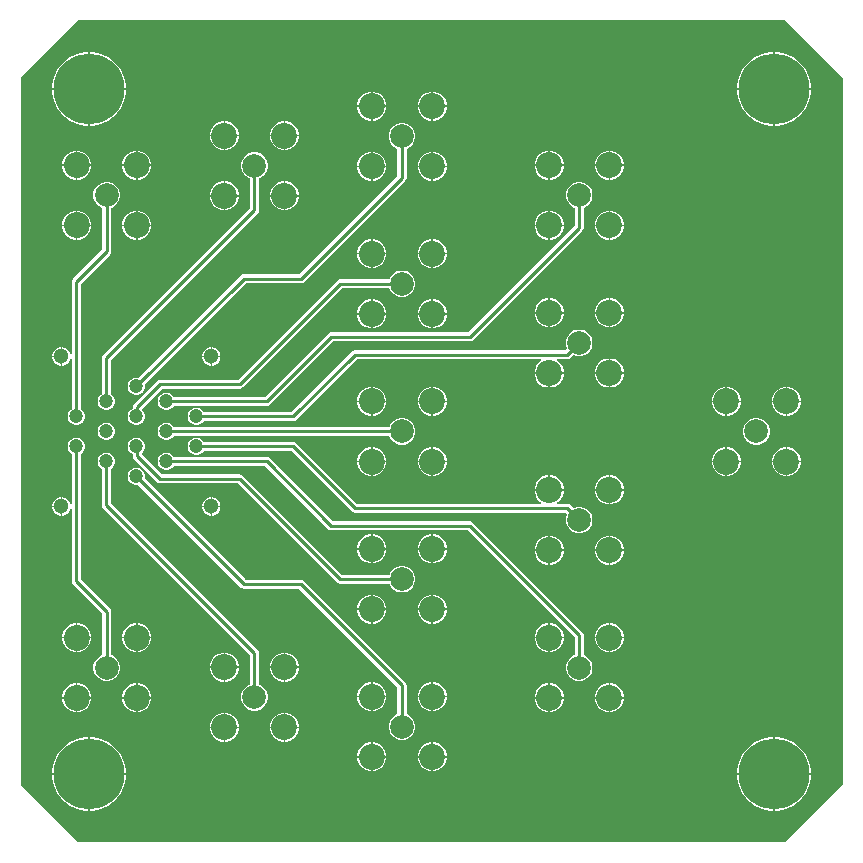
<source format=gtl>
G04*
G04 #@! TF.GenerationSoftware,Altium Limited,Altium Designer,23.11.1 (41)*
G04*
G04 Layer_Physical_Order=1*
G04 Layer_Color=255*
%FSLAX25Y25*%
%MOIN*%
G70*
G04*
G04 #@! TF.SameCoordinates,C9437007-6874-4410-A1E4-39502FECBC63*
G04*
G04*
G04 #@! TF.FilePolarity,Positive*
G04*
G01*
G75*
%ADD19C,0.00984*%
%ADD20C,0.23622*%
%ADD21C,0.08661*%
%ADD22C,0.07874*%
%ADD23C,0.04724*%
%ADD24C,0.05118*%
%ADD25C,0.02362*%
%ADD26C,0.03150*%
G36*
X235418Y117778D02*
Y-117778D01*
X216203Y-136993D01*
X-19353D01*
X-38567Y-117778D01*
Y117778D01*
X-19353Y136993D01*
X216203D01*
X235418Y117778D01*
D02*
G37*
%LPC*%
G36*
X213567Y126484D02*
X212848D01*
Y114423D01*
X224909D01*
Y115142D01*
X224606Y117056D01*
X224008Y118899D01*
X223128Y120626D01*
X221989Y122193D01*
X220619Y123564D01*
X219051Y124703D01*
X217324Y125582D01*
X215481Y126181D01*
X213567Y126484D01*
D02*
G37*
G36*
X212348D02*
X211630D01*
X209716Y126181D01*
X207873Y125582D01*
X206146Y124703D01*
X204578Y123564D01*
X203208Y122193D01*
X202069Y120626D01*
X201189Y118899D01*
X200591Y117056D01*
X200287Y115142D01*
Y114423D01*
X212348D01*
Y126484D01*
D02*
G37*
G36*
X-14779D02*
X-15498D01*
Y114423D01*
X-3437D01*
Y115142D01*
X-3740Y117056D01*
X-4339Y118899D01*
X-5219Y120626D01*
X-6358Y122193D01*
X-7728Y123564D01*
X-9296Y124703D01*
X-11022Y125582D01*
X-12865Y126181D01*
X-14779Y126484D01*
D02*
G37*
G36*
X-15998D02*
X-16717D01*
X-18631Y126181D01*
X-20474Y125582D01*
X-22200Y124703D01*
X-23768Y123564D01*
X-25138Y122193D01*
X-26277Y120626D01*
X-27157Y118899D01*
X-27756Y117056D01*
X-28059Y115142D01*
Y114423D01*
X-15998D01*
Y126484D01*
D02*
G37*
G36*
X99258Y113295D02*
X98872D01*
Y108715D01*
X103453D01*
Y109100D01*
X103124Y110329D01*
X102488Y111431D01*
X101588Y112330D01*
X100487Y112966D01*
X99258Y113295D01*
D02*
G37*
G36*
X98372D02*
X97986D01*
X96758Y112966D01*
X95656Y112330D01*
X94757Y111431D01*
X94121Y110329D01*
X93791Y109100D01*
Y108715D01*
X98372D01*
Y113295D01*
D02*
G37*
G36*
X79179D02*
X78793D01*
Y108715D01*
X83374D01*
Y109100D01*
X83045Y110329D01*
X82409Y111431D01*
X81509Y112330D01*
X80408Y112966D01*
X79179Y113295D01*
D02*
G37*
G36*
X78293D02*
X77907D01*
X76679Y112966D01*
X75577Y112330D01*
X74678Y111431D01*
X74042Y110329D01*
X73713Y109100D01*
Y108715D01*
X78293D01*
Y113295D01*
D02*
G37*
G36*
X103453Y108215D02*
X98872D01*
Y103634D01*
X99258D01*
X100487Y103963D01*
X101588Y104599D01*
X102488Y105499D01*
X103124Y106600D01*
X103453Y107829D01*
Y108215D01*
D02*
G37*
G36*
X98372D02*
X93791D01*
Y107829D01*
X94121Y106600D01*
X94757Y105499D01*
X95656Y104599D01*
X96758Y103963D01*
X97986Y103634D01*
X98372D01*
Y108215D01*
D02*
G37*
G36*
X83374D02*
X78793D01*
Y103634D01*
X79179D01*
X80408Y103963D01*
X81509Y104599D01*
X82409Y105499D01*
X83045Y106600D01*
X83374Y107829D01*
Y108215D01*
D02*
G37*
G36*
X78293D02*
X73713D01*
Y107829D01*
X74042Y106600D01*
X74678Y105499D01*
X75577Y104599D01*
X76679Y103963D01*
X77907Y103634D01*
X78293D01*
Y108215D01*
D02*
G37*
G36*
X224909Y113923D02*
X212848D01*
Y101862D01*
X213567D01*
X215481Y102165D01*
X217324Y102764D01*
X219051Y103644D01*
X220619Y104783D01*
X221989Y106153D01*
X223128Y107721D01*
X224008Y109447D01*
X224606Y111290D01*
X224909Y113204D01*
Y113923D01*
D02*
G37*
G36*
X212348D02*
X200287D01*
Y113204D01*
X200591Y111290D01*
X201189Y109447D01*
X202069Y107721D01*
X203208Y106153D01*
X204578Y104783D01*
X206146Y103644D01*
X207873Y102764D01*
X209716Y102165D01*
X211630Y101862D01*
X212348D01*
Y113923D01*
D02*
G37*
G36*
X-3437Y113923D02*
X-15498D01*
Y101862D01*
X-14779D01*
X-12865Y102165D01*
X-11022Y102764D01*
X-9296Y103644D01*
X-7728Y104783D01*
X-6358Y106153D01*
X-5219Y107721D01*
X-4339Y109447D01*
X-3740Y111290D01*
X-3437Y113204D01*
Y113923D01*
D02*
G37*
G36*
X-15998D02*
X-28059D01*
Y113204D01*
X-27756Y111290D01*
X-27157Y109447D01*
X-26277Y107721D01*
X-25138Y106153D01*
X-23768Y104783D01*
X-22200Y103644D01*
X-20474Y102764D01*
X-18631Y102165D01*
X-16717Y101862D01*
X-15998D01*
Y113923D01*
D02*
G37*
G36*
X50045Y103453D02*
X49659D01*
Y98872D01*
X54240D01*
Y99258D01*
X53911Y100487D01*
X53275Y101588D01*
X52376Y102488D01*
X51274Y103124D01*
X50045Y103453D01*
D02*
G37*
G36*
X49159D02*
X48774D01*
X47545Y103124D01*
X46443Y102488D01*
X45544Y101588D01*
X44908Y100487D01*
X44579Y99258D01*
Y98872D01*
X49159D01*
Y103453D01*
D02*
G37*
G36*
X29967D02*
X29581D01*
Y98872D01*
X34161D01*
Y99258D01*
X33832Y100487D01*
X33196Y101588D01*
X32297Y102488D01*
X31195Y103124D01*
X29967Y103453D01*
D02*
G37*
G36*
X29081D02*
X28695D01*
X27466Y103124D01*
X26365Y102488D01*
X25465Y101588D01*
X24829Y100487D01*
X24500Y99258D01*
Y98872D01*
X29081D01*
Y103453D01*
D02*
G37*
G36*
X54240Y98372D02*
X49659D01*
Y93791D01*
X50045D01*
X51274Y94121D01*
X52376Y94757D01*
X53275Y95656D01*
X53911Y96758D01*
X54240Y97986D01*
Y98372D01*
D02*
G37*
G36*
X49159D02*
X44579D01*
Y97986D01*
X44908Y96758D01*
X45544Y95656D01*
X46443Y94757D01*
X47545Y94121D01*
X48774Y93791D01*
X49159D01*
Y98372D01*
D02*
G37*
G36*
X34161D02*
X29581D01*
Y93791D01*
X29967D01*
X31195Y94121D01*
X32297Y94757D01*
X33196Y95656D01*
X33832Y96758D01*
X34161Y97986D01*
Y98372D01*
D02*
G37*
G36*
X29081D02*
X24500D01*
Y97986D01*
X24829Y96758D01*
X25465Y95656D01*
X26365Y94757D01*
X27466Y94121D01*
X28695Y93791D01*
X29081D01*
Y98372D01*
D02*
G37*
G36*
X158313Y93610D02*
X157927D01*
Y89030D01*
X162508D01*
Y89416D01*
X162179Y90644D01*
X161543Y91746D01*
X160643Y92645D01*
X159542Y93281D01*
X158313Y93610D01*
D02*
G37*
G36*
X157427D02*
X157041D01*
X155813Y93281D01*
X154711Y92645D01*
X153812Y91746D01*
X153176Y90644D01*
X152847Y89416D01*
Y89030D01*
X157427D01*
Y93610D01*
D02*
G37*
G36*
X138234D02*
X137848D01*
Y89030D01*
X142429D01*
Y89416D01*
X142100Y90644D01*
X141464Y91746D01*
X140565Y92645D01*
X139463Y93281D01*
X138234Y93610D01*
D02*
G37*
G36*
X137348D02*
X136962D01*
X135734Y93281D01*
X134632Y92645D01*
X133733Y91746D01*
X133097Y90644D01*
X132768Y89416D01*
Y89030D01*
X137348D01*
Y93610D01*
D02*
G37*
G36*
X833D02*
X447D01*
Y89030D01*
X5028D01*
Y89416D01*
X4698Y90644D01*
X4062Y91746D01*
X3163Y92645D01*
X2061Y93281D01*
X833Y93610D01*
D02*
G37*
G36*
X-53D02*
X-439D01*
X-1668Y93281D01*
X-2769Y92645D01*
X-3669Y91746D01*
X-4305Y90644D01*
X-4634Y89416D01*
Y89030D01*
X-53D01*
Y93610D01*
D02*
G37*
G36*
X-19246D02*
X-19632D01*
Y89030D01*
X-15051D01*
Y89416D01*
X-15380Y90644D01*
X-16016Y91746D01*
X-16916Y92645D01*
X-18017Y93281D01*
X-19246Y93610D01*
D02*
G37*
G36*
X-20132D02*
X-20518D01*
X-21746Y93281D01*
X-22848Y92645D01*
X-23747Y91746D01*
X-24383Y90644D01*
X-24713Y89416D01*
Y89030D01*
X-20132D01*
Y93610D01*
D02*
G37*
G36*
X99258Y93217D02*
X98872D01*
Y88636D01*
X103453D01*
Y89022D01*
X103124Y90250D01*
X102488Y91352D01*
X101588Y92251D01*
X100487Y92887D01*
X99258Y93217D01*
D02*
G37*
G36*
X98372D02*
X97986D01*
X96758Y92887D01*
X95656Y92251D01*
X94757Y91352D01*
X94121Y90250D01*
X93791Y89022D01*
Y88636D01*
X98372D01*
Y93217D01*
D02*
G37*
G36*
X79179D02*
X78793D01*
Y88636D01*
X83374D01*
Y89022D01*
X83045Y90250D01*
X82409Y91352D01*
X81509Y92251D01*
X80408Y92887D01*
X79179Y93217D01*
D02*
G37*
G36*
X78293D02*
X77907D01*
X76679Y92887D01*
X75577Y92251D01*
X74678Y91352D01*
X74042Y90250D01*
X73713Y89022D01*
Y88636D01*
X78293D01*
Y93217D01*
D02*
G37*
G36*
X162508Y88529D02*
X157927D01*
Y83949D01*
X158313D01*
X159542Y84278D01*
X160643Y84914D01*
X161543Y85813D01*
X162179Y86915D01*
X162508Y88144D01*
Y88529D01*
D02*
G37*
G36*
X157427D02*
X152847D01*
Y88144D01*
X153176Y86915D01*
X153812Y85813D01*
X154711Y84914D01*
X155813Y84278D01*
X157041Y83949D01*
X157427D01*
Y88529D01*
D02*
G37*
G36*
X142429D02*
X137848D01*
Y83949D01*
X138234D01*
X139463Y84278D01*
X140565Y84914D01*
X141464Y85813D01*
X142100Y86915D01*
X142429Y88144D01*
Y88529D01*
D02*
G37*
G36*
X137348D02*
X132768D01*
Y88144D01*
X133097Y86915D01*
X133733Y85813D01*
X134632Y84914D01*
X135734Y84278D01*
X136962Y83949D01*
X137348D01*
Y88529D01*
D02*
G37*
G36*
X5028D02*
X447D01*
Y83949D01*
X833D01*
X2061Y84278D01*
X3163Y84914D01*
X4062Y85813D01*
X4698Y86915D01*
X5028Y88144D01*
Y88529D01*
D02*
G37*
G36*
X-53D02*
X-4634D01*
Y88144D01*
X-4305Y86915D01*
X-3669Y85813D01*
X-2769Y84914D01*
X-1668Y84278D01*
X-439Y83949D01*
X-53D01*
Y88529D01*
D02*
G37*
G36*
X-15051D02*
X-19632D01*
Y83949D01*
X-19246D01*
X-18017Y84278D01*
X-16916Y84914D01*
X-16016Y85813D01*
X-15380Y86915D01*
X-15051Y88144D01*
Y88529D01*
D02*
G37*
G36*
X-20132D02*
X-24713D01*
Y88144D01*
X-24383Y86915D01*
X-23747Y85813D01*
X-22848Y84914D01*
X-21746Y84278D01*
X-20518Y83949D01*
X-20132D01*
Y88529D01*
D02*
G37*
G36*
X103453Y88136D02*
X98872D01*
Y83555D01*
X99258D01*
X100487Y83884D01*
X101588Y84520D01*
X102488Y85420D01*
X103124Y86521D01*
X103453Y87750D01*
Y88136D01*
D02*
G37*
G36*
X98372D02*
X93791D01*
Y87750D01*
X94121Y86521D01*
X94757Y85420D01*
X95656Y84520D01*
X96758Y83884D01*
X97986Y83555D01*
X98372D01*
Y88136D01*
D02*
G37*
G36*
X83374D02*
X78793D01*
Y83555D01*
X79179D01*
X80408Y83884D01*
X81509Y84520D01*
X82409Y85420D01*
X83045Y86521D01*
X83374Y87750D01*
Y88136D01*
D02*
G37*
G36*
X78293D02*
X73713D01*
Y87750D01*
X74042Y86521D01*
X74678Y85420D01*
X75577Y84520D01*
X76679Y83884D01*
X77907Y83555D01*
X78293D01*
Y88136D01*
D02*
G37*
G36*
X50045Y83374D02*
X49659D01*
Y78793D01*
X54240D01*
Y79179D01*
X53911Y80408D01*
X53275Y81509D01*
X52376Y82409D01*
X51274Y83045D01*
X50045Y83374D01*
D02*
G37*
G36*
X49159D02*
X48774D01*
X47545Y83045D01*
X46443Y82409D01*
X45544Y81509D01*
X44908Y80408D01*
X44579Y79179D01*
Y78793D01*
X49159D01*
Y83374D01*
D02*
G37*
G36*
X29967D02*
X29581D01*
Y78793D01*
X34161D01*
Y79179D01*
X33832Y80408D01*
X33196Y81509D01*
X32297Y82409D01*
X31195Y83045D01*
X29967Y83374D01*
D02*
G37*
G36*
X29081D02*
X28695D01*
X27466Y83045D01*
X26365Y82409D01*
X25465Y81509D01*
X24829Y80408D01*
X24500Y79179D01*
Y78793D01*
X29081D01*
Y83374D01*
D02*
G37*
G36*
X54240Y78293D02*
X49659D01*
Y73713D01*
X50045D01*
X51274Y74042D01*
X52376Y74678D01*
X53275Y75577D01*
X53911Y76679D01*
X54240Y77907D01*
Y78293D01*
D02*
G37*
G36*
X49159D02*
X44579D01*
Y77907D01*
X44908Y76679D01*
X45544Y75577D01*
X46443Y74678D01*
X47545Y74042D01*
X48774Y73713D01*
X49159D01*
Y78293D01*
D02*
G37*
G36*
X34161D02*
X29581D01*
Y73713D01*
X29967D01*
X31195Y74042D01*
X32297Y74678D01*
X33196Y75577D01*
X33832Y76679D01*
X34161Y77907D01*
Y78293D01*
D02*
G37*
G36*
X29081D02*
X24500D01*
Y77907D01*
X24829Y76679D01*
X25465Y75577D01*
X26365Y74678D01*
X27466Y74042D01*
X28695Y73713D01*
X29081D01*
Y78293D01*
D02*
G37*
G36*
X158313Y73532D02*
X157927D01*
Y68951D01*
X162508D01*
Y69337D01*
X162179Y70565D01*
X161543Y71667D01*
X160643Y72566D01*
X159542Y73202D01*
X158313Y73532D01*
D02*
G37*
G36*
X157427D02*
X157041D01*
X155813Y73202D01*
X154711Y72566D01*
X153812Y71667D01*
X153176Y70565D01*
X152847Y69337D01*
Y68951D01*
X157427D01*
Y73532D01*
D02*
G37*
G36*
X138234D02*
X137848D01*
Y68951D01*
X142429D01*
Y69337D01*
X142100Y70565D01*
X141464Y71667D01*
X140565Y72566D01*
X139463Y73202D01*
X138234Y73532D01*
D02*
G37*
G36*
X137348D02*
X136962D01*
X135734Y73202D01*
X134632Y72566D01*
X133733Y71667D01*
X133097Y70565D01*
X132768Y69337D01*
Y68951D01*
X137348D01*
Y73532D01*
D02*
G37*
G36*
X833D02*
X447D01*
Y68951D01*
X5028D01*
Y69337D01*
X4698Y70565D01*
X4062Y71667D01*
X3163Y72566D01*
X2061Y73202D01*
X833Y73532D01*
D02*
G37*
G36*
X-53D02*
X-439D01*
X-1668Y73202D01*
X-2769Y72566D01*
X-3669Y71667D01*
X-4305Y70565D01*
X-4634Y69337D01*
Y68951D01*
X-53D01*
Y73532D01*
D02*
G37*
G36*
X-19246D02*
X-19632D01*
Y68951D01*
X-15051D01*
Y69337D01*
X-15380Y70565D01*
X-16016Y71667D01*
X-16916Y72566D01*
X-18017Y73202D01*
X-19246Y73532D01*
D02*
G37*
G36*
X-20132D02*
X-20518D01*
X-21746Y73202D01*
X-22848Y72566D01*
X-23747Y71667D01*
X-24383Y70565D01*
X-24713Y69337D01*
Y68951D01*
X-20132D01*
Y73532D01*
D02*
G37*
G36*
X162508Y68451D02*
X157927D01*
Y63870D01*
X158313D01*
X159542Y64199D01*
X160643Y64835D01*
X161543Y65735D01*
X162179Y66836D01*
X162508Y68065D01*
Y68451D01*
D02*
G37*
G36*
X157427D02*
X152847D01*
Y68065D01*
X153176Y66836D01*
X153812Y65735D01*
X154711Y64835D01*
X155813Y64199D01*
X157041Y63870D01*
X157427D01*
Y68451D01*
D02*
G37*
G36*
X142429D02*
X137848D01*
Y63870D01*
X138234D01*
X139463Y64199D01*
X140565Y64835D01*
X141464Y65735D01*
X142100Y66836D01*
X142429Y68065D01*
Y68451D01*
D02*
G37*
G36*
X137348D02*
X132768D01*
Y68065D01*
X133097Y66836D01*
X133733Y65735D01*
X134632Y64835D01*
X135734Y64199D01*
X136962Y63870D01*
X137348D01*
Y68451D01*
D02*
G37*
G36*
X5028D02*
X447D01*
Y63870D01*
X833D01*
X2061Y64199D01*
X3163Y64835D01*
X4062Y65735D01*
X4698Y66836D01*
X5028Y68065D01*
Y68451D01*
D02*
G37*
G36*
X-53D02*
X-4634D01*
Y68065D01*
X-4305Y66836D01*
X-3669Y65735D01*
X-2769Y64835D01*
X-1668Y64199D01*
X-439Y63870D01*
X-53D01*
Y68451D01*
D02*
G37*
G36*
X-15051D02*
X-19632D01*
Y63870D01*
X-19246D01*
X-18017Y64199D01*
X-16916Y64835D01*
X-16016Y65735D01*
X-15380Y66836D01*
X-15051Y68065D01*
Y68451D01*
D02*
G37*
G36*
X-20132D02*
X-24713D01*
Y68065D01*
X-24383Y66836D01*
X-23747Y65735D01*
X-22848Y64835D01*
X-21746Y64199D01*
X-20518Y63870D01*
X-20132D01*
Y68451D01*
D02*
G37*
G36*
X99258Y64083D02*
X98872D01*
Y59502D01*
X103453D01*
Y59888D01*
X103124Y61116D01*
X102488Y62218D01*
X101588Y63117D01*
X100487Y63753D01*
X99258Y64083D01*
D02*
G37*
G36*
X98372D02*
X97986D01*
X96758Y63753D01*
X95656Y63117D01*
X94757Y62218D01*
X94121Y61116D01*
X93791Y59888D01*
Y59502D01*
X98372D01*
Y64083D01*
D02*
G37*
G36*
X79179D02*
X78793D01*
Y59502D01*
X83374D01*
Y59888D01*
X83045Y61116D01*
X82409Y62218D01*
X81509Y63117D01*
X80408Y63753D01*
X79179Y64083D01*
D02*
G37*
G36*
X78293D02*
X77907D01*
X76679Y63753D01*
X75577Y63117D01*
X74678Y62218D01*
X74042Y61116D01*
X73713Y59888D01*
Y59502D01*
X78293D01*
Y64083D01*
D02*
G37*
G36*
X103453Y59002D02*
X98872D01*
Y54421D01*
X99258D01*
X100487Y54751D01*
X101588Y55386D01*
X102488Y56286D01*
X103124Y57387D01*
X103453Y58616D01*
Y59002D01*
D02*
G37*
G36*
X98372D02*
X93791D01*
Y58616D01*
X94121Y57387D01*
X94757Y56286D01*
X95656Y55386D01*
X96758Y54751D01*
X97986Y54421D01*
X98372D01*
Y59002D01*
D02*
G37*
G36*
X83374D02*
X78793D01*
Y54421D01*
X79179D01*
X80408Y54751D01*
X81509Y55386D01*
X82409Y56286D01*
X83045Y57387D01*
X83374Y58616D01*
Y59002D01*
D02*
G37*
G36*
X78293D02*
X73713D01*
Y58616D01*
X74042Y57387D01*
X74678Y56286D01*
X75577Y55386D01*
X76679Y54751D01*
X77907Y54421D01*
X78293D01*
Y59002D01*
D02*
G37*
G36*
X89167Y53650D02*
X87998D01*
X86870Y53347D01*
X85858Y52763D01*
X85032Y51937D01*
X84448Y50925D01*
X84392Y50718D01*
X67913D01*
X67337Y50603D01*
X66849Y50277D01*
X33825Y17253D01*
X7874D01*
X7298Y17139D01*
X6810Y16812D01*
X-771Y9231D01*
X-1098Y8743D01*
X-1212Y8167D01*
Y7605D01*
X-1757Y7290D01*
X-2290Y6757D01*
X-2667Y6105D01*
X-2862Y5377D01*
Y4623D01*
X-2667Y3895D01*
X-2290Y3243D01*
X-1757Y2710D01*
X-1105Y2333D01*
X-377Y2138D01*
X377D01*
X1105Y2333D01*
X1757Y2710D01*
X2290Y3243D01*
X2667Y3895D01*
X2862Y4623D01*
Y5377D01*
X2667Y6105D01*
X2290Y6757D01*
X1798Y7249D01*
Y7543D01*
X8497Y14243D01*
X34449D01*
X35025Y14357D01*
X35513Y14684D01*
X68537Y47707D01*
X84392D01*
X84448Y47500D01*
X85032Y46488D01*
X85858Y45662D01*
X86870Y45078D01*
X87998Y44776D01*
X89167D01*
X90295Y45078D01*
X91307Y45662D01*
X92133Y46488D01*
X92717Y47500D01*
X93020Y48629D01*
Y49797D01*
X92717Y50925D01*
X92133Y51937D01*
X91307Y52763D01*
X90295Y53347D01*
X89167Y53650D01*
D02*
G37*
G36*
X158313Y44398D02*
X157927D01*
Y39817D01*
X162508D01*
Y40203D01*
X162179Y41431D01*
X161543Y42533D01*
X160643Y43433D01*
X159542Y44068D01*
X158313Y44398D01*
D02*
G37*
G36*
X157427D02*
X157041D01*
X155813Y44068D01*
X154711Y43433D01*
X153812Y42533D01*
X153176Y41431D01*
X152847Y40203D01*
Y39817D01*
X157427D01*
Y44398D01*
D02*
G37*
G36*
X138234D02*
X137848D01*
Y39817D01*
X142429D01*
Y40203D01*
X142100Y41431D01*
X141464Y42533D01*
X140565Y43433D01*
X139463Y44068D01*
X138234Y44398D01*
D02*
G37*
G36*
X137348D02*
X136962D01*
X135734Y44068D01*
X134632Y43433D01*
X133733Y42533D01*
X133097Y41431D01*
X132768Y40203D01*
Y39817D01*
X137348D01*
Y44398D01*
D02*
G37*
G36*
X99258Y44004D02*
X98872D01*
Y39423D01*
X103453D01*
Y39809D01*
X103124Y41038D01*
X102488Y42139D01*
X101588Y43039D01*
X100487Y43675D01*
X99258Y44004D01*
D02*
G37*
G36*
X98372D02*
X97986D01*
X96758Y43675D01*
X95656Y43039D01*
X94757Y42139D01*
X94121Y41038D01*
X93791Y39809D01*
Y39423D01*
X98372D01*
Y44004D01*
D02*
G37*
G36*
X79179D02*
X78793D01*
Y39423D01*
X83374D01*
Y39809D01*
X83045Y41038D01*
X82409Y42139D01*
X81509Y43039D01*
X80408Y43675D01*
X79179Y44004D01*
D02*
G37*
G36*
X78293D02*
X77907D01*
X76679Y43675D01*
X75577Y43039D01*
X74678Y42139D01*
X74042Y41038D01*
X73713Y39809D01*
Y39423D01*
X78293D01*
Y44004D01*
D02*
G37*
G36*
X162508Y39317D02*
X157927D01*
Y34736D01*
X158313D01*
X159542Y35065D01*
X160643Y35701D01*
X161543Y36601D01*
X162179Y37702D01*
X162508Y38931D01*
Y39317D01*
D02*
G37*
G36*
X157427D02*
X152847D01*
Y38931D01*
X153176Y37702D01*
X153812Y36601D01*
X154711Y35701D01*
X155813Y35065D01*
X157041Y34736D01*
X157427D01*
Y39317D01*
D02*
G37*
G36*
X142429D02*
X137848D01*
Y34736D01*
X138234D01*
X139463Y35065D01*
X140565Y35701D01*
X141464Y36601D01*
X142100Y37702D01*
X142429Y38931D01*
Y39317D01*
D02*
G37*
G36*
X137348D02*
X132768D01*
Y38931D01*
X133097Y37702D01*
X133733Y36601D01*
X134632Y35701D01*
X135734Y35065D01*
X136962Y34736D01*
X137348D01*
Y39317D01*
D02*
G37*
G36*
X103453Y38923D02*
X98872D01*
Y34343D01*
X99258D01*
X100487Y34672D01*
X101588Y35308D01*
X102488Y36207D01*
X103124Y37309D01*
X103453Y38537D01*
Y38923D01*
D02*
G37*
G36*
X98372D02*
X93791D01*
Y38537D01*
X94121Y37309D01*
X94757Y36207D01*
X95656Y35308D01*
X96758Y34672D01*
X97986Y34343D01*
X98372D01*
Y38923D01*
D02*
G37*
G36*
X83374D02*
X78793D01*
Y34343D01*
X79179D01*
X80408Y34672D01*
X81509Y35308D01*
X82409Y36207D01*
X83045Y37309D01*
X83374Y38537D01*
Y38923D01*
D02*
G37*
G36*
X78293D02*
X73713D01*
Y38537D01*
X74042Y37309D01*
X74678Y36207D01*
X75577Y35308D01*
X76679Y34672D01*
X77907Y34343D01*
X78293D01*
Y38923D01*
D02*
G37*
G36*
X-9258Y83177D02*
X-10427D01*
X-11555Y82875D01*
X-12567Y82291D01*
X-13393Y81464D01*
X-13977Y80453D01*
X-14279Y79324D01*
Y78156D01*
X-13977Y77027D01*
X-13393Y76016D01*
X-12567Y75190D01*
X-11555Y74606D01*
X-11348Y74550D01*
Y60663D01*
X-21064Y50946D01*
X-21391Y50458D01*
X-21505Y49882D01*
Y25708D01*
X-22005Y25643D01*
X-22150Y26181D01*
X-22552Y26878D01*
X-23122Y27448D01*
X-23819Y27850D01*
X-24597Y28059D01*
X-24750D01*
Y25000D01*
Y21941D01*
X-24597D01*
X-23819Y22150D01*
X-23122Y22552D01*
X-22552Y23122D01*
X-22150Y23819D01*
X-22005Y24357D01*
X-21505Y24292D01*
Y7436D01*
X-21757Y7290D01*
X-22290Y6757D01*
X-22667Y6105D01*
X-22862Y5377D01*
Y4623D01*
X-22667Y3895D01*
X-22290Y3243D01*
X-21757Y2710D01*
X-21105Y2333D01*
X-20377Y2138D01*
X-19623D01*
X-18895Y2333D01*
X-18243Y2710D01*
X-17710Y3243D01*
X-17333Y3895D01*
X-17138Y4623D01*
Y5377D01*
X-17333Y6105D01*
X-17710Y6757D01*
X-18243Y7290D01*
X-18495Y7436D01*
Y49258D01*
X-8778Y58975D01*
X-8452Y59463D01*
X-8337Y60039D01*
Y74550D01*
X-8130Y74606D01*
X-7118Y75190D01*
X-6292Y76016D01*
X-5708Y77027D01*
X-5406Y78156D01*
Y79324D01*
X-5708Y80453D01*
X-6292Y81464D01*
X-7118Y82291D01*
X-8130Y82875D01*
X-9258Y83177D01*
D02*
G37*
G36*
X25403Y28059D02*
X25250D01*
Y25250D01*
X28059D01*
Y25403D01*
X27850Y26181D01*
X27448Y26878D01*
X26878Y27448D01*
X26181Y27850D01*
X25403Y28059D01*
D02*
G37*
G36*
X24750D02*
X24597D01*
X23819Y27850D01*
X23122Y27448D01*
X22552Y26878D01*
X22150Y26181D01*
X21941Y25403D01*
Y25250D01*
X24750D01*
Y28059D01*
D02*
G37*
G36*
X-25250D02*
X-25403D01*
X-26181Y27850D01*
X-26878Y27448D01*
X-27448Y26878D01*
X-27850Y26181D01*
X-28059Y25403D01*
Y25250D01*
X-25250D01*
Y28059D01*
D02*
G37*
G36*
X148222Y33965D02*
X147054D01*
X145925Y33662D01*
X144913Y33078D01*
X144087Y32252D01*
X143503Y31240D01*
X143201Y30112D01*
Y28943D01*
X143503Y27815D01*
X143611Y27629D01*
X143077Y27096D01*
X72835D01*
X72259Y26981D01*
X71770Y26655D01*
X51621Y6505D01*
X22436D01*
X22290Y6757D01*
X21757Y7290D01*
X21105Y7667D01*
X20377Y7862D01*
X19623D01*
X18895Y7667D01*
X18243Y7290D01*
X17710Y6757D01*
X17333Y6105D01*
X17138Y5377D01*
Y4623D01*
X17333Y3895D01*
X17710Y3243D01*
X18243Y2710D01*
X18895Y2333D01*
X19623Y2138D01*
X20377D01*
X21105Y2333D01*
X21757Y2710D01*
X22290Y3243D01*
X22436Y3495D01*
X52244D01*
X52820Y3609D01*
X53308Y3936D01*
X73458Y24085D01*
X134899D01*
X135033Y23585D01*
X134632Y23354D01*
X133733Y22454D01*
X133097Y21353D01*
X132768Y20124D01*
Y19738D01*
X142429D01*
Y20124D01*
X142100Y21353D01*
X141464Y22454D01*
X140565Y23354D01*
X140164Y23585D01*
X140297Y24085D01*
X143701D01*
X144277Y24200D01*
X144765Y24526D01*
X145739Y25500D01*
X145925Y25393D01*
X147054Y25091D01*
X148222D01*
X149350Y25393D01*
X150362Y25977D01*
X151188Y26803D01*
X151772Y27815D01*
X152075Y28943D01*
Y30112D01*
X151772Y31240D01*
X151188Y32252D01*
X150362Y33078D01*
X149350Y33662D01*
X148222Y33965D01*
D02*
G37*
G36*
X28059Y24750D02*
X25250D01*
Y21941D01*
X25403D01*
X26181Y22150D01*
X26878Y22552D01*
X27448Y23122D01*
X27850Y23819D01*
X28059Y24597D01*
Y24750D01*
D02*
G37*
G36*
X24750D02*
X21941D01*
Y24597D01*
X22150Y23819D01*
X22552Y23122D01*
X23122Y22552D01*
X23819Y22150D01*
X24597Y21941D01*
X24750D01*
Y24750D01*
D02*
G37*
G36*
X-25250D02*
X-28059D01*
Y24597D01*
X-27850Y23819D01*
X-27448Y23122D01*
X-26878Y22552D01*
X-26181Y22150D01*
X-25403Y21941D01*
X-25250D01*
Y24750D01*
D02*
G37*
G36*
X158313Y24319D02*
X157927D01*
Y19738D01*
X162508D01*
Y20124D01*
X162179Y21353D01*
X161543Y22454D01*
X160643Y23354D01*
X159542Y23990D01*
X158313Y24319D01*
D02*
G37*
G36*
X157427D02*
X157041D01*
X155813Y23990D01*
X154711Y23354D01*
X153812Y22454D01*
X153176Y21353D01*
X152847Y20124D01*
Y19738D01*
X157427D01*
Y24319D01*
D02*
G37*
G36*
X89167Y102862D02*
X87998D01*
X86870Y102560D01*
X85858Y101976D01*
X85032Y101150D01*
X84448Y100138D01*
X84146Y99009D01*
Y97841D01*
X84448Y96713D01*
X85032Y95701D01*
X85858Y94875D01*
X86870Y94291D01*
X87077Y94235D01*
Y85269D01*
X54262Y52454D01*
X35948D01*
X35372Y52339D01*
X34884Y52013D01*
X658Y17787D01*
X377Y17862D01*
X-377D01*
X-1105Y17667D01*
X-1757Y17290D01*
X-2290Y16757D01*
X-2667Y16105D01*
X-2862Y15377D01*
Y14623D01*
X-2667Y13895D01*
X-2290Y13243D01*
X-1757Y12710D01*
X-1105Y12333D01*
X-377Y12138D01*
X377D01*
X1105Y12333D01*
X1757Y12710D01*
X2290Y13243D01*
X2667Y13895D01*
X2862Y14623D01*
Y15377D01*
X2787Y15658D01*
X36572Y49443D01*
X54885D01*
X55461Y49558D01*
X55950Y49884D01*
X89647Y83581D01*
X89973Y84070D01*
X90088Y84646D01*
Y94235D01*
X90295Y94291D01*
X91307Y94875D01*
X92133Y95701D01*
X92717Y96713D01*
X93020Y97841D01*
Y99009D01*
X92717Y100138D01*
X92133Y101150D01*
X91307Y101976D01*
X90295Y102560D01*
X89167Y102862D01*
D02*
G37*
G36*
X162508Y19238D02*
X157927D01*
Y14658D01*
X158313D01*
X159542Y14987D01*
X160643Y15623D01*
X161543Y16522D01*
X162179Y17624D01*
X162508Y18852D01*
Y19238D01*
D02*
G37*
G36*
X157427D02*
X152847D01*
Y18852D01*
X153176Y17624D01*
X153812Y16522D01*
X154711Y15623D01*
X155813Y14987D01*
X157041Y14658D01*
X157427D01*
Y19238D01*
D02*
G37*
G36*
X142429D02*
X137848D01*
Y14658D01*
X138234D01*
X139463Y14987D01*
X140565Y15623D01*
X141464Y16522D01*
X142100Y17624D01*
X142429Y18852D01*
Y19238D01*
D02*
G37*
G36*
X137348D02*
X132768D01*
Y18852D01*
X133097Y17624D01*
X133733Y16522D01*
X134632Y15623D01*
X135734Y14987D01*
X136962Y14658D01*
X137348D01*
Y19238D01*
D02*
G37*
G36*
X148222Y83177D02*
X147054D01*
X145925Y82875D01*
X144913Y82291D01*
X144087Y81464D01*
X143503Y80453D01*
X143201Y79324D01*
Y78156D01*
X143503Y77027D01*
X144087Y76016D01*
X144913Y75190D01*
X145925Y74606D01*
X146133Y74550D01*
Y68537D01*
X110597Y33001D01*
X64961D01*
X64385Y32887D01*
X63896Y32561D01*
X42841Y11505D01*
X12436D01*
X12290Y11757D01*
X11757Y12290D01*
X11105Y12667D01*
X10377Y12862D01*
X9623D01*
X8895Y12667D01*
X8243Y12290D01*
X7710Y11757D01*
X7333Y11105D01*
X7138Y10377D01*
Y9623D01*
X7333Y8895D01*
X7710Y8243D01*
X8243Y7710D01*
X8895Y7333D01*
X9623Y7138D01*
X10377D01*
X11105Y7333D01*
X11757Y7710D01*
X12290Y8243D01*
X12436Y8495D01*
X43465D01*
X44041Y8609D01*
X44529Y8936D01*
X65584Y29991D01*
X111221D01*
X111796Y30105D01*
X112285Y30432D01*
X148702Y66849D01*
X149029Y67337D01*
X149143Y67913D01*
Y74550D01*
X149350Y74606D01*
X150362Y75190D01*
X151188Y76016D01*
X151772Y77027D01*
X152075Y78156D01*
Y79324D01*
X151772Y80453D01*
X151188Y81464D01*
X150362Y82291D01*
X149350Y82875D01*
X148222Y83177D01*
D02*
G37*
G36*
X217368Y14870D02*
X216982D01*
Y10289D01*
X221563D01*
Y10675D01*
X221234Y11904D01*
X220598Y13005D01*
X219698Y13905D01*
X218597Y14541D01*
X217368Y14870D01*
D02*
G37*
G36*
X216482D02*
X216096D01*
X214868Y14541D01*
X213766Y13905D01*
X212867Y13005D01*
X212231Y11904D01*
X211902Y10675D01*
Y10289D01*
X216482D01*
Y14870D01*
D02*
G37*
G36*
X197290D02*
X196904D01*
Y10289D01*
X201484D01*
Y10675D01*
X201155Y11904D01*
X200519Y13005D01*
X199620Y13905D01*
X198518Y14541D01*
X197290Y14870D01*
D02*
G37*
G36*
X196404D02*
X196018D01*
X194789Y14541D01*
X193687Y13905D01*
X192788Y13005D01*
X192152Y11904D01*
X191823Y10675D01*
Y10289D01*
X196404D01*
Y14870D01*
D02*
G37*
G36*
X99258D02*
X98872D01*
Y10289D01*
X103453D01*
Y10675D01*
X103124Y11904D01*
X102488Y13005D01*
X101588Y13905D01*
X100487Y14541D01*
X99258Y14870D01*
D02*
G37*
G36*
X98372D02*
X97986D01*
X96758Y14541D01*
X95656Y13905D01*
X94757Y13005D01*
X94121Y11904D01*
X93791Y10675D01*
Y10289D01*
X98372D01*
Y14870D01*
D02*
G37*
G36*
X79179D02*
X78793D01*
Y10289D01*
X83374D01*
Y10675D01*
X83045Y11904D01*
X82409Y13005D01*
X81509Y13905D01*
X80408Y14541D01*
X79179Y14870D01*
D02*
G37*
G36*
X78293D02*
X77907D01*
X76679Y14541D01*
X75577Y13905D01*
X74678Y13005D01*
X74042Y11904D01*
X73713Y10675D01*
Y10289D01*
X78293D01*
Y14870D01*
D02*
G37*
G36*
X39954Y93020D02*
X38786D01*
X37657Y92717D01*
X36646Y92133D01*
X35820Y91307D01*
X35235Y90295D01*
X34933Y89167D01*
Y87998D01*
X35235Y86870D01*
X35820Y85858D01*
X36646Y85032D01*
X37657Y84448D01*
X37865Y84392D01*
Y74442D01*
X-11064Y25513D01*
X-11391Y25025D01*
X-11505Y24449D01*
Y12436D01*
X-11757Y12290D01*
X-12290Y11757D01*
X-12667Y11105D01*
X-12862Y10377D01*
Y9623D01*
X-12667Y8895D01*
X-12290Y8243D01*
X-11757Y7710D01*
X-11105Y7333D01*
X-10377Y7138D01*
X-9623D01*
X-8895Y7333D01*
X-8243Y7710D01*
X-7710Y8243D01*
X-7333Y8895D01*
X-7138Y9623D01*
Y10377D01*
X-7333Y11105D01*
X-7710Y11757D01*
X-8243Y12290D01*
X-8495Y12436D01*
Y23825D01*
X40435Y72755D01*
X40761Y73243D01*
X40875Y73819D01*
Y84392D01*
X41083Y84448D01*
X42094Y85032D01*
X42921Y85858D01*
X43505Y86870D01*
X43807Y87998D01*
Y89167D01*
X43505Y90295D01*
X42921Y91307D01*
X42094Y92133D01*
X41083Y92717D01*
X39954Y93020D01*
D02*
G37*
G36*
X221563Y9789D02*
X216982D01*
Y5209D01*
X217368D01*
X218597Y5538D01*
X219698Y6174D01*
X220598Y7073D01*
X221234Y8175D01*
X221563Y9403D01*
Y9789D01*
D02*
G37*
G36*
X216482D02*
X211902D01*
Y9403D01*
X212231Y8175D01*
X212867Y7073D01*
X213766Y6174D01*
X214868Y5538D01*
X216096Y5209D01*
X216482D01*
Y9789D01*
D02*
G37*
G36*
X201484D02*
X196904D01*
Y5209D01*
X197290D01*
X198518Y5538D01*
X199620Y6174D01*
X200519Y7073D01*
X201155Y8175D01*
X201484Y9403D01*
Y9789D01*
D02*
G37*
G36*
X196404D02*
X191823D01*
Y9403D01*
X192152Y8175D01*
X192788Y7073D01*
X193687Y6174D01*
X194789Y5538D01*
X196018Y5209D01*
X196404D01*
Y9789D01*
D02*
G37*
G36*
X103453D02*
X98872D01*
Y5209D01*
X99258D01*
X100487Y5538D01*
X101588Y6174D01*
X102488Y7073D01*
X103124Y8175D01*
X103453Y9403D01*
Y9789D01*
D02*
G37*
G36*
X98372D02*
X93791D01*
Y9403D01*
X94121Y8175D01*
X94757Y7073D01*
X95656Y6174D01*
X96758Y5538D01*
X97986Y5209D01*
X98372D01*
Y9789D01*
D02*
G37*
G36*
X83374D02*
X78793D01*
Y5209D01*
X79179D01*
X80408Y5538D01*
X81509Y6174D01*
X82409Y7073D01*
X83045Y8175D01*
X83374Y9403D01*
Y9789D01*
D02*
G37*
G36*
X78293D02*
X73713D01*
Y9403D01*
X74042Y8175D01*
X74678Y7073D01*
X75577Y6174D01*
X76679Y5538D01*
X77907Y5209D01*
X78293D01*
Y9789D01*
D02*
G37*
G36*
X89167Y4437D02*
X87998D01*
X86870Y4135D01*
X85858Y3551D01*
X85032Y2724D01*
X84448Y1713D01*
X84392Y1505D01*
X12436D01*
X12290Y1757D01*
X11757Y2290D01*
X11105Y2667D01*
X10377Y2862D01*
X9623D01*
X8895Y2667D01*
X8243Y2290D01*
X7710Y1757D01*
X7333Y1105D01*
X7138Y377D01*
Y-377D01*
X7333Y-1105D01*
X7710Y-1757D01*
X8243Y-2290D01*
X8895Y-2667D01*
X9623Y-2862D01*
X10377D01*
X11105Y-2667D01*
X11757Y-2290D01*
X12290Y-1757D01*
X12436Y-1505D01*
X84392D01*
X84448Y-1713D01*
X85032Y-2724D01*
X85858Y-3551D01*
X86870Y-4135D01*
X87998Y-4437D01*
X89167D01*
X90295Y-4135D01*
X91307Y-3551D01*
X92133Y-2724D01*
X92717Y-1713D01*
X93020Y-584D01*
Y584D01*
X92717Y1713D01*
X92133Y2724D01*
X91307Y3551D01*
X90295Y4135D01*
X89167Y4437D01*
D02*
G37*
G36*
X-9623Y2862D02*
X-10377D01*
X-11105Y2667D01*
X-11757Y2290D01*
X-12290Y1757D01*
X-12667Y1105D01*
X-12862Y377D01*
Y-377D01*
X-12667Y-1105D01*
X-12290Y-1757D01*
X-11757Y-2290D01*
X-11105Y-2667D01*
X-10377Y-2862D01*
X-9623D01*
X-8895Y-2667D01*
X-8243Y-2290D01*
X-7710Y-1757D01*
X-7333Y-1105D01*
X-7138Y-377D01*
Y377D01*
X-7333Y1105D01*
X-7710Y1757D01*
X-8243Y2290D01*
X-8895Y2667D01*
X-9623Y2862D01*
D02*
G37*
G36*
X207277Y4437D02*
X206109D01*
X204980Y4135D01*
X203969Y3551D01*
X203142Y2724D01*
X202558Y1713D01*
X202256Y584D01*
Y-584D01*
X202558Y-1713D01*
X203142Y-2724D01*
X203969Y-3551D01*
X204980Y-4135D01*
X206109Y-4437D01*
X207277D01*
X208405Y-4135D01*
X209417Y-3551D01*
X210243Y-2724D01*
X210828Y-1713D01*
X211130Y-584D01*
Y584D01*
X210828Y1713D01*
X210243Y2724D01*
X209417Y3551D01*
X208405Y4135D01*
X207277Y4437D01*
D02*
G37*
G36*
X217368Y-5209D02*
X216982D01*
Y-9789D01*
X221563D01*
Y-9403D01*
X221234Y-8175D01*
X220598Y-7073D01*
X219698Y-6174D01*
X218597Y-5538D01*
X217368Y-5209D01*
D02*
G37*
G36*
X216482D02*
X216096D01*
X214868Y-5538D01*
X213766Y-6174D01*
X212867Y-7073D01*
X212231Y-8175D01*
X211902Y-9403D01*
Y-9789D01*
X216482D01*
Y-5209D01*
D02*
G37*
G36*
X197290D02*
X196904D01*
Y-9789D01*
X201484D01*
Y-9403D01*
X201155Y-8175D01*
X200519Y-7073D01*
X199620Y-6174D01*
X198518Y-5538D01*
X197290Y-5209D01*
D02*
G37*
G36*
X196404D02*
X196018D01*
X194789Y-5538D01*
X193687Y-6174D01*
X192788Y-7073D01*
X192152Y-8175D01*
X191823Y-9403D01*
Y-9789D01*
X196404D01*
Y-5209D01*
D02*
G37*
G36*
X99258D02*
X98872D01*
Y-9789D01*
X103453D01*
Y-9403D01*
X103124Y-8175D01*
X102488Y-7073D01*
X101588Y-6174D01*
X100487Y-5538D01*
X99258Y-5209D01*
D02*
G37*
G36*
X98372D02*
X97986D01*
X96758Y-5538D01*
X95656Y-6174D01*
X94757Y-7073D01*
X94121Y-8175D01*
X93791Y-9403D01*
Y-9789D01*
X98372D01*
Y-5209D01*
D02*
G37*
G36*
X79179D02*
X78793D01*
Y-9789D01*
X83374D01*
Y-9403D01*
X83045Y-8175D01*
X82409Y-7073D01*
X81509Y-6174D01*
X80408Y-5538D01*
X79179Y-5209D01*
D02*
G37*
G36*
X78293D02*
X77907D01*
X76679Y-5538D01*
X75577Y-6174D01*
X74678Y-7073D01*
X74042Y-8175D01*
X73713Y-9403D01*
Y-9789D01*
X78293D01*
Y-5209D01*
D02*
G37*
G36*
X221563Y-10289D02*
X216982D01*
Y-14870D01*
X217368D01*
X218597Y-14541D01*
X219698Y-13905D01*
X220598Y-13005D01*
X221234Y-11904D01*
X221563Y-10675D01*
Y-10289D01*
D02*
G37*
G36*
X216482D02*
X211902D01*
Y-10675D01*
X212231Y-11904D01*
X212867Y-13005D01*
X213766Y-13905D01*
X214868Y-14541D01*
X216096Y-14870D01*
X216482D01*
Y-10289D01*
D02*
G37*
G36*
X201484D02*
X196904D01*
Y-14870D01*
X197290D01*
X198518Y-14541D01*
X199620Y-13905D01*
X200519Y-13005D01*
X201155Y-11904D01*
X201484Y-10675D01*
Y-10289D01*
D02*
G37*
G36*
X196404D02*
X191823D01*
Y-10675D01*
X192152Y-11904D01*
X192788Y-13005D01*
X193687Y-13905D01*
X194789Y-14541D01*
X196018Y-14870D01*
X196404D01*
Y-10289D01*
D02*
G37*
G36*
X103453D02*
X98872D01*
Y-14870D01*
X99258D01*
X100487Y-14541D01*
X101588Y-13905D01*
X102488Y-13005D01*
X103124Y-11904D01*
X103453Y-10675D01*
Y-10289D01*
D02*
G37*
G36*
X98372D02*
X93791D01*
Y-10675D01*
X94121Y-11904D01*
X94757Y-13005D01*
X95656Y-13905D01*
X96758Y-14541D01*
X97986Y-14870D01*
X98372D01*
Y-10289D01*
D02*
G37*
G36*
X83374D02*
X78793D01*
Y-14870D01*
X79179D01*
X80408Y-14541D01*
X81509Y-13905D01*
X82409Y-13005D01*
X83045Y-11904D01*
X83374Y-10675D01*
Y-10289D01*
D02*
G37*
G36*
X78293D02*
X73713D01*
Y-10675D01*
X74042Y-11904D01*
X74678Y-13005D01*
X75577Y-13905D01*
X76679Y-14541D01*
X77907Y-14870D01*
X78293D01*
Y-10289D01*
D02*
G37*
G36*
X158313Y-14658D02*
X157927D01*
Y-19238D01*
X162508D01*
Y-18852D01*
X162179Y-17624D01*
X161543Y-16522D01*
X160643Y-15623D01*
X159542Y-14987D01*
X158313Y-14658D01*
D02*
G37*
G36*
X157427D02*
X157041D01*
X155813Y-14987D01*
X154711Y-15623D01*
X153812Y-16522D01*
X153176Y-17624D01*
X152847Y-18852D01*
Y-19238D01*
X157427D01*
Y-14658D01*
D02*
G37*
G36*
X138234D02*
X137848D01*
Y-19238D01*
X142429D01*
Y-18852D01*
X142100Y-17624D01*
X141464Y-16522D01*
X140565Y-15623D01*
X139463Y-14987D01*
X138234Y-14658D01*
D02*
G37*
G36*
X137348D02*
X136962D01*
X135734Y-14987D01*
X134632Y-15623D01*
X133733Y-16522D01*
X133097Y-17624D01*
X132768Y-18852D01*
Y-19238D01*
X137348D01*
Y-14658D01*
D02*
G37*
G36*
X162508Y-19738D02*
X157927D01*
Y-24319D01*
X158313D01*
X159542Y-23990D01*
X160643Y-23354D01*
X161543Y-22454D01*
X162179Y-21353D01*
X162508Y-20124D01*
Y-19738D01*
D02*
G37*
G36*
X157427D02*
X152847D01*
Y-20124D01*
X153176Y-21353D01*
X153812Y-22454D01*
X154711Y-23354D01*
X155813Y-23990D01*
X157041Y-24319D01*
X157427D01*
Y-19738D01*
D02*
G37*
G36*
X-19623Y-2138D02*
X-20377D01*
X-21105Y-2333D01*
X-21757Y-2710D01*
X-22290Y-3243D01*
X-22667Y-3895D01*
X-22862Y-4623D01*
Y-5377D01*
X-22667Y-6105D01*
X-22290Y-6757D01*
X-21757Y-7290D01*
X-21505Y-7436D01*
Y-24292D01*
X-22005Y-24357D01*
X-22150Y-23819D01*
X-22552Y-23122D01*
X-23122Y-22552D01*
X-23819Y-22150D01*
X-24597Y-21941D01*
X-24750D01*
Y-25000D01*
Y-28059D01*
X-24597D01*
X-23819Y-27850D01*
X-23122Y-27448D01*
X-22552Y-26878D01*
X-22150Y-26181D01*
X-22005Y-25643D01*
X-21505Y-25708D01*
Y-49882D01*
X-21391Y-50458D01*
X-21064Y-50946D01*
X-11348Y-60663D01*
Y-74550D01*
X-11555Y-74606D01*
X-12567Y-75190D01*
X-13393Y-76016D01*
X-13977Y-77027D01*
X-14279Y-78156D01*
Y-79324D01*
X-13977Y-80453D01*
X-13393Y-81464D01*
X-12567Y-82291D01*
X-11555Y-82875D01*
X-10427Y-83177D01*
X-9258D01*
X-8130Y-82875D01*
X-7118Y-82291D01*
X-6292Y-81464D01*
X-5708Y-80453D01*
X-5406Y-79324D01*
Y-78156D01*
X-5708Y-77027D01*
X-6292Y-76016D01*
X-7118Y-75190D01*
X-8130Y-74606D01*
X-8337Y-74550D01*
Y-60039D01*
X-8452Y-59463D01*
X-8778Y-58975D01*
X-18495Y-49258D01*
Y-7436D01*
X-18243Y-7290D01*
X-17710Y-6757D01*
X-17333Y-6105D01*
X-17138Y-5377D01*
Y-4623D01*
X-17333Y-3895D01*
X-17710Y-3243D01*
X-18243Y-2710D01*
X-18895Y-2333D01*
X-19623Y-2138D01*
D02*
G37*
G36*
X25403Y-21941D02*
X25250D01*
Y-24750D01*
X28059D01*
Y-24597D01*
X27850Y-23819D01*
X27448Y-23122D01*
X26878Y-22552D01*
X26181Y-22150D01*
X25403Y-21941D01*
D02*
G37*
G36*
X-25250D02*
X-25403D01*
X-26181Y-22150D01*
X-26878Y-22552D01*
X-27448Y-23122D01*
X-27850Y-23819D01*
X-28059Y-24597D01*
Y-24750D01*
X-25250D01*
Y-21941D01*
D02*
G37*
G36*
X24750D02*
X24597D01*
X23819Y-22150D01*
X23122Y-22552D01*
X22552Y-23122D01*
X22150Y-23819D01*
X21941Y-24597D01*
Y-24750D01*
X24750D01*
Y-21941D01*
D02*
G37*
G36*
X28059Y-25250D02*
X25250D01*
Y-28059D01*
X25403D01*
X26181Y-27850D01*
X26878Y-27448D01*
X27448Y-26878D01*
X27850Y-26181D01*
X28059Y-25403D01*
Y-25250D01*
D02*
G37*
G36*
X24750D02*
X21941D01*
Y-25403D01*
X22150Y-26181D01*
X22552Y-26878D01*
X23122Y-27448D01*
X23819Y-27850D01*
X24597Y-28059D01*
X24750D01*
Y-25250D01*
D02*
G37*
G36*
X-25250D02*
X-28059D01*
Y-25403D01*
X-27850Y-26181D01*
X-27448Y-26878D01*
X-26878Y-27448D01*
X-26181Y-27850D01*
X-25403Y-28059D01*
X-25250D01*
Y-25250D01*
D02*
G37*
G36*
X20377Y-2138D02*
X19623D01*
X18895Y-2333D01*
X18243Y-2710D01*
X17710Y-3243D01*
X17333Y-3895D01*
X17138Y-4623D01*
Y-5377D01*
X17333Y-6105D01*
X17710Y-6757D01*
X18243Y-7290D01*
X18895Y-7667D01*
X19623Y-7862D01*
X20377D01*
X21105Y-7667D01*
X21757Y-7290D01*
X22290Y-6757D01*
X22436Y-6505D01*
X51621D01*
X71770Y-26655D01*
X72259Y-26981D01*
X72835Y-27096D01*
X143077D01*
X143611Y-27629D01*
X143503Y-27815D01*
X143201Y-28943D01*
Y-30112D01*
X143503Y-31240D01*
X144087Y-32252D01*
X144913Y-33078D01*
X145925Y-33662D01*
X147054Y-33965D01*
X148222D01*
X149350Y-33662D01*
X150362Y-33078D01*
X151188Y-32252D01*
X151772Y-31240D01*
X152075Y-30112D01*
Y-28943D01*
X151772Y-27815D01*
X151188Y-26803D01*
X150362Y-25977D01*
X149350Y-25393D01*
X148222Y-25091D01*
X147054D01*
X145925Y-25393D01*
X145739Y-25500D01*
X144765Y-24526D01*
X144277Y-24200D01*
X143701Y-24085D01*
X140297D01*
X140164Y-23585D01*
X140565Y-23354D01*
X141464Y-22454D01*
X142100Y-21353D01*
X142429Y-20124D01*
Y-19738D01*
X132768D01*
Y-20124D01*
X133097Y-21353D01*
X133733Y-22454D01*
X134632Y-23354D01*
X135033Y-23585D01*
X134899Y-24085D01*
X73458D01*
X53308Y-3936D01*
X52820Y-3609D01*
X52244Y-3495D01*
X22436D01*
X22290Y-3243D01*
X21757Y-2710D01*
X21105Y-2333D01*
X20377Y-2138D01*
D02*
G37*
G36*
X99258Y-34343D02*
X98872D01*
Y-38923D01*
X103453D01*
Y-38537D01*
X103124Y-37309D01*
X102488Y-36207D01*
X101588Y-35308D01*
X100487Y-34672D01*
X99258Y-34343D01*
D02*
G37*
G36*
X98372D02*
X97986D01*
X96758Y-34672D01*
X95656Y-35308D01*
X94757Y-36207D01*
X94121Y-37309D01*
X93791Y-38537D01*
Y-38923D01*
X98372D01*
Y-34343D01*
D02*
G37*
G36*
X79179D02*
X78793D01*
Y-38923D01*
X83374D01*
Y-38537D01*
X83045Y-37309D01*
X82409Y-36207D01*
X81509Y-35308D01*
X80408Y-34672D01*
X79179Y-34343D01*
D02*
G37*
G36*
X78293D02*
X77907D01*
X76679Y-34672D01*
X75577Y-35308D01*
X74678Y-36207D01*
X74042Y-37309D01*
X73713Y-38537D01*
Y-38923D01*
X78293D01*
Y-34343D01*
D02*
G37*
G36*
X158313Y-34736D02*
X157927D01*
Y-39317D01*
X162508D01*
Y-38931D01*
X162179Y-37702D01*
X161543Y-36601D01*
X160643Y-35701D01*
X159542Y-35065D01*
X158313Y-34736D01*
D02*
G37*
G36*
X157427D02*
X157041D01*
X155813Y-35065D01*
X154711Y-35701D01*
X153812Y-36601D01*
X153176Y-37702D01*
X152847Y-38931D01*
Y-39317D01*
X157427D01*
Y-34736D01*
D02*
G37*
G36*
X138234D02*
X137848D01*
Y-39317D01*
X142429D01*
Y-38931D01*
X142100Y-37702D01*
X141464Y-36601D01*
X140565Y-35701D01*
X139463Y-35065D01*
X138234Y-34736D01*
D02*
G37*
G36*
X137348D02*
X136962D01*
X135734Y-35065D01*
X134632Y-35701D01*
X133733Y-36601D01*
X133097Y-37702D01*
X132768Y-38931D01*
Y-39317D01*
X137348D01*
Y-34736D01*
D02*
G37*
G36*
X103453Y-39423D02*
X98872D01*
Y-44004D01*
X99258D01*
X100487Y-43675D01*
X101588Y-43039D01*
X102488Y-42139D01*
X103124Y-41038D01*
X103453Y-39809D01*
Y-39423D01*
D02*
G37*
G36*
X98372D02*
X93791D01*
Y-39809D01*
X94121Y-41038D01*
X94757Y-42139D01*
X95656Y-43039D01*
X96758Y-43675D01*
X97986Y-44004D01*
X98372D01*
Y-39423D01*
D02*
G37*
G36*
X83374D02*
X78793D01*
Y-44004D01*
X79179D01*
X80408Y-43675D01*
X81509Y-43039D01*
X82409Y-42139D01*
X83045Y-41038D01*
X83374Y-39809D01*
Y-39423D01*
D02*
G37*
G36*
X78293D02*
X73713D01*
Y-39809D01*
X74042Y-41038D01*
X74678Y-42139D01*
X75577Y-43039D01*
X76679Y-43675D01*
X77907Y-44004D01*
X78293D01*
Y-39423D01*
D02*
G37*
G36*
X162508Y-39817D02*
X157927D01*
Y-44398D01*
X158313D01*
X159542Y-44068D01*
X160643Y-43433D01*
X161543Y-42533D01*
X162179Y-41431D01*
X162508Y-40203D01*
Y-39817D01*
D02*
G37*
G36*
X157427D02*
X152847D01*
Y-40203D01*
X153176Y-41431D01*
X153812Y-42533D01*
X154711Y-43433D01*
X155813Y-44068D01*
X157041Y-44398D01*
X157427D01*
Y-39817D01*
D02*
G37*
G36*
X142429D02*
X137848D01*
Y-44398D01*
X138234D01*
X139463Y-44068D01*
X140565Y-43433D01*
X141464Y-42533D01*
X142100Y-41431D01*
X142429Y-40203D01*
Y-39817D01*
D02*
G37*
G36*
X137348D02*
X132768D01*
Y-40203D01*
X133097Y-41431D01*
X133733Y-42533D01*
X134632Y-43433D01*
X135734Y-44068D01*
X136962Y-44398D01*
X137348D01*
Y-39817D01*
D02*
G37*
G36*
X377Y-2138D02*
X-377D01*
X-1105Y-2333D01*
X-1757Y-2710D01*
X-2290Y-3243D01*
X-2667Y-3895D01*
X-2862Y-4623D01*
Y-5377D01*
X-2667Y-6105D01*
X-2290Y-6757D01*
X-1757Y-7290D01*
X-1212Y-7605D01*
Y-8167D01*
X-1098Y-8743D01*
X-771Y-9231D01*
X6810Y-16812D01*
X7298Y-17139D01*
X7874Y-17253D01*
X33825D01*
X66849Y-50277D01*
X67337Y-50603D01*
X67913Y-50718D01*
X84392D01*
X84448Y-50925D01*
X85032Y-51937D01*
X85858Y-52763D01*
X86870Y-53347D01*
X87998Y-53650D01*
X89167D01*
X90295Y-53347D01*
X91307Y-52763D01*
X92133Y-51937D01*
X92717Y-50925D01*
X93020Y-49797D01*
Y-48629D01*
X92717Y-47500D01*
X92133Y-46488D01*
X91307Y-45662D01*
X90295Y-45078D01*
X89167Y-44776D01*
X87998D01*
X86870Y-45078D01*
X85858Y-45662D01*
X85032Y-46488D01*
X84448Y-47500D01*
X84392Y-47707D01*
X68537D01*
X35513Y-14684D01*
X35025Y-14357D01*
X34449Y-14243D01*
X8497D01*
X1798Y-7543D01*
Y-7249D01*
X2290Y-6757D01*
X2667Y-6105D01*
X2862Y-5377D01*
Y-4623D01*
X2667Y-3895D01*
X2290Y-3243D01*
X1757Y-2710D01*
X1105Y-2333D01*
X377Y-2138D01*
D02*
G37*
G36*
X99258Y-54421D02*
X98872D01*
Y-59002D01*
X103453D01*
Y-58616D01*
X103124Y-57387D01*
X102488Y-56286D01*
X101588Y-55386D01*
X100487Y-54751D01*
X99258Y-54421D01*
D02*
G37*
G36*
X98372D02*
X97986D01*
X96758Y-54751D01*
X95656Y-55386D01*
X94757Y-56286D01*
X94121Y-57387D01*
X93791Y-58616D01*
Y-59002D01*
X98372D01*
Y-54421D01*
D02*
G37*
G36*
X79179D02*
X78793D01*
Y-59002D01*
X83374D01*
Y-58616D01*
X83045Y-57387D01*
X82409Y-56286D01*
X81509Y-55386D01*
X80408Y-54751D01*
X79179Y-54421D01*
D02*
G37*
G36*
X78293D02*
X77907D01*
X76679Y-54751D01*
X75577Y-55386D01*
X74678Y-56286D01*
X74042Y-57387D01*
X73713Y-58616D01*
Y-59002D01*
X78293D01*
Y-54421D01*
D02*
G37*
G36*
X103453Y-59502D02*
X98872D01*
Y-64083D01*
X99258D01*
X100487Y-63753D01*
X101588Y-63117D01*
X102488Y-62218D01*
X103124Y-61116D01*
X103453Y-59888D01*
Y-59502D01*
D02*
G37*
G36*
X98372D02*
X93791D01*
Y-59888D01*
X94121Y-61116D01*
X94757Y-62218D01*
X95656Y-63117D01*
X96758Y-63753D01*
X97986Y-64083D01*
X98372D01*
Y-59502D01*
D02*
G37*
G36*
X83374D02*
X78793D01*
Y-64083D01*
X79179D01*
X80408Y-63753D01*
X81509Y-63117D01*
X82409Y-62218D01*
X83045Y-61116D01*
X83374Y-59888D01*
Y-59502D01*
D02*
G37*
G36*
X78293D02*
X73713D01*
Y-59888D01*
X74042Y-61116D01*
X74678Y-62218D01*
X75577Y-63117D01*
X76679Y-63753D01*
X77907Y-64083D01*
X78293D01*
Y-59502D01*
D02*
G37*
G36*
X158313Y-63870D02*
X157927D01*
Y-68451D01*
X162508D01*
Y-68065D01*
X162179Y-66836D01*
X161543Y-65735D01*
X160643Y-64835D01*
X159542Y-64199D01*
X158313Y-63870D01*
D02*
G37*
G36*
X157427D02*
X157041D01*
X155813Y-64199D01*
X154711Y-64835D01*
X153812Y-65735D01*
X153176Y-66836D01*
X152847Y-68065D01*
Y-68451D01*
X157427D01*
Y-63870D01*
D02*
G37*
G36*
X138234D02*
X137848D01*
Y-68451D01*
X142429D01*
Y-68065D01*
X142100Y-66836D01*
X141464Y-65735D01*
X140565Y-64835D01*
X139463Y-64199D01*
X138234Y-63870D01*
D02*
G37*
G36*
X137348D02*
X136962D01*
X135734Y-64199D01*
X134632Y-64835D01*
X133733Y-65735D01*
X133097Y-66836D01*
X132768Y-68065D01*
Y-68451D01*
X137348D01*
Y-63870D01*
D02*
G37*
G36*
X833D02*
X447D01*
Y-68451D01*
X5028D01*
Y-68065D01*
X4698Y-66836D01*
X4062Y-65735D01*
X3163Y-64835D01*
X2061Y-64199D01*
X833Y-63870D01*
D02*
G37*
G36*
X-53D02*
X-439D01*
X-1668Y-64199D01*
X-2769Y-64835D01*
X-3669Y-65735D01*
X-4305Y-66836D01*
X-4634Y-68065D01*
Y-68451D01*
X-53D01*
Y-63870D01*
D02*
G37*
G36*
X-19246D02*
X-19632D01*
Y-68451D01*
X-15051D01*
Y-68065D01*
X-15380Y-66836D01*
X-16016Y-65735D01*
X-16916Y-64835D01*
X-18017Y-64199D01*
X-19246Y-63870D01*
D02*
G37*
G36*
X-20132D02*
X-20518D01*
X-21746Y-64199D01*
X-22848Y-64835D01*
X-23747Y-65735D01*
X-24383Y-66836D01*
X-24713Y-68065D01*
Y-68451D01*
X-20132D01*
Y-63870D01*
D02*
G37*
G36*
X162508Y-68951D02*
X157927D01*
Y-73532D01*
X158313D01*
X159542Y-73202D01*
X160643Y-72566D01*
X161543Y-71667D01*
X162179Y-70565D01*
X162508Y-69337D01*
Y-68951D01*
D02*
G37*
G36*
X157427D02*
X152847D01*
Y-69337D01*
X153176Y-70565D01*
X153812Y-71667D01*
X154711Y-72566D01*
X155813Y-73202D01*
X157041Y-73532D01*
X157427D01*
Y-68951D01*
D02*
G37*
G36*
X142429D02*
X137848D01*
Y-73532D01*
X138234D01*
X139463Y-73202D01*
X140565Y-72566D01*
X141464Y-71667D01*
X142100Y-70565D01*
X142429Y-69337D01*
Y-68951D01*
D02*
G37*
G36*
X137348D02*
X132768D01*
Y-69337D01*
X133097Y-70565D01*
X133733Y-71667D01*
X134632Y-72566D01*
X135734Y-73202D01*
X136962Y-73532D01*
X137348D01*
Y-68951D01*
D02*
G37*
G36*
X5028D02*
X447D01*
Y-73532D01*
X833D01*
X2061Y-73202D01*
X3163Y-72566D01*
X4062Y-71667D01*
X4698Y-70565D01*
X5028Y-69337D01*
Y-68951D01*
D02*
G37*
G36*
X-53D02*
X-4634D01*
Y-69337D01*
X-4305Y-70565D01*
X-3669Y-71667D01*
X-2769Y-72566D01*
X-1668Y-73202D01*
X-439Y-73532D01*
X-53D01*
Y-68951D01*
D02*
G37*
G36*
X-15051D02*
X-19632D01*
Y-73532D01*
X-19246D01*
X-18017Y-73202D01*
X-16916Y-72566D01*
X-16016Y-71667D01*
X-15380Y-70565D01*
X-15051Y-69337D01*
Y-68951D01*
D02*
G37*
G36*
X-20132D02*
X-24713D01*
Y-69337D01*
X-24383Y-70565D01*
X-23747Y-71667D01*
X-22848Y-72566D01*
X-21746Y-73202D01*
X-20518Y-73532D01*
X-20132D01*
Y-68951D01*
D02*
G37*
G36*
X50045Y-73713D02*
X49659D01*
Y-78293D01*
X54240D01*
Y-77907D01*
X53911Y-76679D01*
X53275Y-75577D01*
X52376Y-74678D01*
X51274Y-74042D01*
X50045Y-73713D01*
D02*
G37*
G36*
X49159D02*
X48774D01*
X47545Y-74042D01*
X46443Y-74678D01*
X45544Y-75577D01*
X44908Y-76679D01*
X44579Y-77907D01*
Y-78293D01*
X49159D01*
Y-73713D01*
D02*
G37*
G36*
X29967D02*
X29581D01*
Y-78293D01*
X34161D01*
Y-77907D01*
X33832Y-76679D01*
X33196Y-75577D01*
X32297Y-74678D01*
X31195Y-74042D01*
X29967Y-73713D01*
D02*
G37*
G36*
X29081D02*
X28695D01*
X27466Y-74042D01*
X26365Y-74678D01*
X25465Y-75577D01*
X24829Y-76679D01*
X24500Y-77907D01*
Y-78293D01*
X29081D01*
Y-73713D01*
D02*
G37*
G36*
X10377Y-7138D02*
X9623D01*
X8895Y-7333D01*
X8243Y-7710D01*
X7710Y-8243D01*
X7333Y-8895D01*
X7138Y-9623D01*
Y-10377D01*
X7333Y-11105D01*
X7710Y-11757D01*
X8243Y-12290D01*
X8895Y-12667D01*
X9623Y-12862D01*
X10377D01*
X11105Y-12667D01*
X11757Y-12290D01*
X12290Y-11757D01*
X12436Y-11505D01*
X42841D01*
X63896Y-32561D01*
X64385Y-32887D01*
X64961Y-33001D01*
X110597D01*
X146133Y-68537D01*
Y-74550D01*
X145925Y-74606D01*
X144913Y-75190D01*
X144087Y-76016D01*
X143503Y-77027D01*
X143201Y-78156D01*
Y-79324D01*
X143503Y-80453D01*
X144087Y-81464D01*
X144913Y-82291D01*
X145925Y-82875D01*
X147054Y-83177D01*
X148222D01*
X149350Y-82875D01*
X150362Y-82291D01*
X151188Y-81464D01*
X151772Y-80453D01*
X152075Y-79324D01*
Y-78156D01*
X151772Y-77027D01*
X151188Y-76016D01*
X150362Y-75190D01*
X149350Y-74606D01*
X149143Y-74550D01*
Y-67913D01*
X149029Y-67337D01*
X148702Y-66849D01*
X112285Y-30432D01*
X111796Y-30105D01*
X111221Y-29991D01*
X65584D01*
X44529Y-8936D01*
X44041Y-8609D01*
X43465Y-8495D01*
X12436D01*
X12290Y-8243D01*
X11757Y-7710D01*
X11105Y-7333D01*
X10377Y-7138D01*
D02*
G37*
G36*
X54240Y-78793D02*
X49659D01*
Y-83374D01*
X50045D01*
X51274Y-83045D01*
X52376Y-82409D01*
X53275Y-81509D01*
X53911Y-80408D01*
X54240Y-79179D01*
Y-78793D01*
D02*
G37*
G36*
X49159D02*
X44579D01*
Y-79179D01*
X44908Y-80408D01*
X45544Y-81509D01*
X46443Y-82409D01*
X47545Y-83045D01*
X48774Y-83374D01*
X49159D01*
Y-78793D01*
D02*
G37*
G36*
X34161D02*
X29581D01*
Y-83374D01*
X29967D01*
X31195Y-83045D01*
X32297Y-82409D01*
X33196Y-81509D01*
X33832Y-80408D01*
X34161Y-79179D01*
Y-78793D01*
D02*
G37*
G36*
X29081D02*
X24500D01*
Y-79179D01*
X24829Y-80408D01*
X25465Y-81509D01*
X26365Y-82409D01*
X27466Y-83045D01*
X28695Y-83374D01*
X29081D01*
Y-78793D01*
D02*
G37*
G36*
X99258Y-83555D02*
X98872D01*
Y-88136D01*
X103453D01*
Y-87750D01*
X103124Y-86521D01*
X102488Y-85420D01*
X101588Y-84520D01*
X100487Y-83884D01*
X99258Y-83555D01*
D02*
G37*
G36*
X98372D02*
X97986D01*
X96758Y-83884D01*
X95656Y-84520D01*
X94757Y-85420D01*
X94121Y-86521D01*
X93791Y-87750D01*
Y-88136D01*
X98372D01*
Y-83555D01*
D02*
G37*
G36*
X79179D02*
X78793D01*
Y-88136D01*
X83374D01*
Y-87750D01*
X83045Y-86521D01*
X82409Y-85420D01*
X81509Y-84520D01*
X80408Y-83884D01*
X79179Y-83555D01*
D02*
G37*
G36*
X78293D02*
X77907D01*
X76679Y-83884D01*
X75577Y-84520D01*
X74678Y-85420D01*
X74042Y-86521D01*
X73713Y-87750D01*
Y-88136D01*
X78293D01*
Y-83555D01*
D02*
G37*
G36*
X158313Y-83949D02*
X157927D01*
Y-88529D01*
X162508D01*
Y-88144D01*
X162179Y-86915D01*
X161543Y-85813D01*
X160643Y-84914D01*
X159542Y-84278D01*
X158313Y-83949D01*
D02*
G37*
G36*
X157427D02*
X157041D01*
X155813Y-84278D01*
X154711Y-84914D01*
X153812Y-85813D01*
X153176Y-86915D01*
X152847Y-88144D01*
Y-88529D01*
X157427D01*
Y-83949D01*
D02*
G37*
G36*
X138234D02*
X137848D01*
Y-88529D01*
X142429D01*
Y-88144D01*
X142100Y-86915D01*
X141464Y-85813D01*
X140565Y-84914D01*
X139463Y-84278D01*
X138234Y-83949D01*
D02*
G37*
G36*
X137348D02*
X136962D01*
X135734Y-84278D01*
X134632Y-84914D01*
X133733Y-85813D01*
X133097Y-86915D01*
X132768Y-88144D01*
Y-88529D01*
X137348D01*
Y-83949D01*
D02*
G37*
G36*
X833D02*
X447D01*
Y-88529D01*
X5028D01*
Y-88144D01*
X4698Y-86915D01*
X4062Y-85813D01*
X3163Y-84914D01*
X2061Y-84278D01*
X833Y-83949D01*
D02*
G37*
G36*
X-53D02*
X-439D01*
X-1668Y-84278D01*
X-2769Y-84914D01*
X-3669Y-85813D01*
X-4305Y-86915D01*
X-4634Y-88144D01*
Y-88529D01*
X-53D01*
Y-83949D01*
D02*
G37*
G36*
X-19246D02*
X-19632D01*
Y-88529D01*
X-15051D01*
Y-88144D01*
X-15380Y-86915D01*
X-16016Y-85813D01*
X-16916Y-84914D01*
X-18017Y-84278D01*
X-19246Y-83949D01*
D02*
G37*
G36*
X-20132D02*
X-20518D01*
X-21746Y-84278D01*
X-22848Y-84914D01*
X-23747Y-85813D01*
X-24383Y-86915D01*
X-24713Y-88144D01*
Y-88529D01*
X-20132D01*
Y-83949D01*
D02*
G37*
G36*
X-9623Y-7138D02*
X-10377D01*
X-11105Y-7333D01*
X-11757Y-7710D01*
X-12290Y-8243D01*
X-12667Y-8895D01*
X-12862Y-9623D01*
Y-10377D01*
X-12667Y-11105D01*
X-12290Y-11757D01*
X-11757Y-12290D01*
X-11505Y-12436D01*
Y-24449D01*
X-11391Y-25025D01*
X-11064Y-25513D01*
X37865Y-74442D01*
Y-84392D01*
X37657Y-84448D01*
X36646Y-85032D01*
X35820Y-85858D01*
X35235Y-86870D01*
X34933Y-87998D01*
Y-89167D01*
X35235Y-90295D01*
X35820Y-91307D01*
X36646Y-92133D01*
X37657Y-92717D01*
X38786Y-93020D01*
X39954D01*
X41083Y-92717D01*
X42094Y-92133D01*
X42921Y-91307D01*
X43505Y-90295D01*
X43807Y-89167D01*
Y-87998D01*
X43505Y-86870D01*
X42921Y-85858D01*
X42094Y-85032D01*
X41083Y-84448D01*
X40875Y-84392D01*
Y-73819D01*
X40761Y-73243D01*
X40435Y-72755D01*
X-8495Y-23825D01*
Y-12436D01*
X-8243Y-12290D01*
X-7710Y-11757D01*
X-7333Y-11105D01*
X-7138Y-10377D01*
Y-9623D01*
X-7333Y-8895D01*
X-7710Y-8243D01*
X-8243Y-7710D01*
X-8895Y-7333D01*
X-9623Y-7138D01*
D02*
G37*
G36*
X103453Y-88636D02*
X98872D01*
Y-93217D01*
X99258D01*
X100487Y-92887D01*
X101588Y-92251D01*
X102488Y-91352D01*
X103124Y-90250D01*
X103453Y-89022D01*
Y-88636D01*
D02*
G37*
G36*
X98372D02*
X93791D01*
Y-89022D01*
X94121Y-90250D01*
X94757Y-91352D01*
X95656Y-92251D01*
X96758Y-92887D01*
X97986Y-93217D01*
X98372D01*
Y-88636D01*
D02*
G37*
G36*
X83374D02*
X78793D01*
Y-93217D01*
X79179D01*
X80408Y-92887D01*
X81509Y-92251D01*
X82409Y-91352D01*
X83045Y-90250D01*
X83374Y-89022D01*
Y-88636D01*
D02*
G37*
G36*
X78293D02*
X73713D01*
Y-89022D01*
X74042Y-90250D01*
X74678Y-91352D01*
X75577Y-92251D01*
X76679Y-92887D01*
X77907Y-93217D01*
X78293D01*
Y-88636D01*
D02*
G37*
G36*
X162508Y-89030D02*
X157927D01*
Y-93610D01*
X158313D01*
X159542Y-93281D01*
X160643Y-92645D01*
X161543Y-91746D01*
X162179Y-90644D01*
X162508Y-89416D01*
Y-89030D01*
D02*
G37*
G36*
X157427D02*
X152847D01*
Y-89416D01*
X153176Y-90644D01*
X153812Y-91746D01*
X154711Y-92645D01*
X155813Y-93281D01*
X157041Y-93610D01*
X157427D01*
Y-89030D01*
D02*
G37*
G36*
X142429D02*
X137848D01*
Y-93610D01*
X138234D01*
X139463Y-93281D01*
X140565Y-92645D01*
X141464Y-91746D01*
X142100Y-90644D01*
X142429Y-89416D01*
Y-89030D01*
D02*
G37*
G36*
X137348D02*
X132768D01*
Y-89416D01*
X133097Y-90644D01*
X133733Y-91746D01*
X134632Y-92645D01*
X135734Y-93281D01*
X136962Y-93610D01*
X137348D01*
Y-89030D01*
D02*
G37*
G36*
X5028D02*
X447D01*
Y-93610D01*
X833D01*
X2061Y-93281D01*
X3163Y-92645D01*
X4062Y-91746D01*
X4698Y-90644D01*
X5028Y-89416D01*
Y-89030D01*
D02*
G37*
G36*
X-53D02*
X-4634D01*
Y-89416D01*
X-4305Y-90644D01*
X-3669Y-91746D01*
X-2769Y-92645D01*
X-1668Y-93281D01*
X-439Y-93610D01*
X-53D01*
Y-89030D01*
D02*
G37*
G36*
X-15051D02*
X-19632D01*
Y-93610D01*
X-19246D01*
X-18017Y-93281D01*
X-16916Y-92645D01*
X-16016Y-91746D01*
X-15380Y-90644D01*
X-15051Y-89416D01*
Y-89030D01*
D02*
G37*
G36*
X-20132D02*
X-24713D01*
Y-89416D01*
X-24383Y-90644D01*
X-23747Y-91746D01*
X-22848Y-92645D01*
X-21746Y-93281D01*
X-20518Y-93610D01*
X-20132D01*
Y-89030D01*
D02*
G37*
G36*
X50045Y-93791D02*
X49659D01*
Y-98372D01*
X54240D01*
Y-97986D01*
X53911Y-96758D01*
X53275Y-95656D01*
X52376Y-94757D01*
X51274Y-94121D01*
X50045Y-93791D01*
D02*
G37*
G36*
X49159D02*
X48774D01*
X47545Y-94121D01*
X46443Y-94757D01*
X45544Y-95656D01*
X44908Y-96758D01*
X44579Y-97986D01*
Y-98372D01*
X49159D01*
Y-93791D01*
D02*
G37*
G36*
X29967D02*
X29581D01*
Y-98372D01*
X34161D01*
Y-97986D01*
X33832Y-96758D01*
X33196Y-95656D01*
X32297Y-94757D01*
X31195Y-94121D01*
X29967Y-93791D01*
D02*
G37*
G36*
X29081D02*
X28695D01*
X27466Y-94121D01*
X26365Y-94757D01*
X25465Y-95656D01*
X24829Y-96758D01*
X24500Y-97986D01*
Y-98372D01*
X29081D01*
Y-93791D01*
D02*
G37*
G36*
X377Y-12138D02*
X-377D01*
X-1105Y-12333D01*
X-1757Y-12710D01*
X-2290Y-13243D01*
X-2667Y-13895D01*
X-2862Y-14623D01*
Y-15377D01*
X-2667Y-16105D01*
X-2290Y-16757D01*
X-1757Y-17290D01*
X-1105Y-17667D01*
X-377Y-17862D01*
X377D01*
X658Y-17787D01*
X34884Y-52013D01*
X35372Y-52339D01*
X35948Y-52454D01*
X54262D01*
X87077Y-85269D01*
Y-94235D01*
X86870Y-94291D01*
X85858Y-94875D01*
X85032Y-95701D01*
X84448Y-96713D01*
X84146Y-97841D01*
Y-99009D01*
X84448Y-100138D01*
X85032Y-101150D01*
X85858Y-101976D01*
X86870Y-102560D01*
X87998Y-102862D01*
X89167D01*
X90295Y-102560D01*
X91307Y-101976D01*
X92133Y-101150D01*
X92717Y-100138D01*
X93020Y-99009D01*
Y-97841D01*
X92717Y-96713D01*
X92133Y-95701D01*
X91307Y-94875D01*
X90295Y-94291D01*
X90088Y-94235D01*
Y-84646D01*
X89973Y-84070D01*
X89647Y-83581D01*
X55950Y-49884D01*
X55461Y-49558D01*
X54885Y-49443D01*
X36572D01*
X2787Y-15658D01*
X2862Y-15377D01*
Y-14623D01*
X2667Y-13895D01*
X2290Y-13243D01*
X1757Y-12710D01*
X1105Y-12333D01*
X377Y-12138D01*
D02*
G37*
G36*
X54240Y-98872D02*
X49659D01*
Y-103453D01*
X50045D01*
X51274Y-103124D01*
X52376Y-102488D01*
X53275Y-101588D01*
X53911Y-100487D01*
X54240Y-99258D01*
Y-98872D01*
D02*
G37*
G36*
X49159D02*
X44579D01*
Y-99258D01*
X44908Y-100487D01*
X45544Y-101588D01*
X46443Y-102488D01*
X47545Y-103124D01*
X48774Y-103453D01*
X49159D01*
Y-98872D01*
D02*
G37*
G36*
X34161D02*
X29581D01*
Y-103453D01*
X29967D01*
X31195Y-103124D01*
X32297Y-102488D01*
X33196Y-101588D01*
X33832Y-100487D01*
X34161Y-99258D01*
Y-98872D01*
D02*
G37*
G36*
X29081D02*
X24500D01*
Y-99258D01*
X24829Y-100487D01*
X25465Y-101588D01*
X26365Y-102488D01*
X27466Y-103124D01*
X28695Y-103453D01*
X29081D01*
Y-98872D01*
D02*
G37*
G36*
X99258Y-103634D02*
X98872D01*
Y-108215D01*
X103453D01*
Y-107829D01*
X103124Y-106600D01*
X102488Y-105499D01*
X101588Y-104599D01*
X100487Y-103963D01*
X99258Y-103634D01*
D02*
G37*
G36*
X98372D02*
X97986D01*
X96758Y-103963D01*
X95656Y-104599D01*
X94757Y-105499D01*
X94121Y-106600D01*
X93791Y-107829D01*
Y-108215D01*
X98372D01*
Y-103634D01*
D02*
G37*
G36*
X79179D02*
X78793D01*
Y-108215D01*
X83374D01*
Y-107829D01*
X83045Y-106600D01*
X82409Y-105499D01*
X81509Y-104599D01*
X80408Y-103963D01*
X79179Y-103634D01*
D02*
G37*
G36*
X78293D02*
X77907D01*
X76679Y-103963D01*
X75577Y-104599D01*
X74678Y-105499D01*
X74042Y-106600D01*
X73713Y-107829D01*
Y-108215D01*
X78293D01*
Y-103634D01*
D02*
G37*
G36*
X103453Y-108715D02*
X98872D01*
Y-113295D01*
X99258D01*
X100487Y-112966D01*
X101588Y-112330D01*
X102488Y-111431D01*
X103124Y-110329D01*
X103453Y-109100D01*
Y-108715D01*
D02*
G37*
G36*
X98372D02*
X93791D01*
Y-109100D01*
X94121Y-110329D01*
X94757Y-111431D01*
X95656Y-112330D01*
X96758Y-112966D01*
X97986Y-113295D01*
X98372D01*
Y-108715D01*
D02*
G37*
G36*
X83374D02*
X78793D01*
Y-113295D01*
X79179D01*
X80408Y-112966D01*
X81509Y-112330D01*
X82409Y-111431D01*
X83045Y-110329D01*
X83374Y-109100D01*
Y-108715D01*
D02*
G37*
G36*
X78293D02*
X73713D01*
Y-109100D01*
X74042Y-110329D01*
X74678Y-111431D01*
X75577Y-112330D01*
X76679Y-112966D01*
X77907Y-113295D01*
X78293D01*
Y-108715D01*
D02*
G37*
G36*
X213567Y-101862D02*
X212848D01*
Y-113923D01*
X224909D01*
Y-113204D01*
X224606Y-111290D01*
X224008Y-109447D01*
X223128Y-107721D01*
X221989Y-106153D01*
X220619Y-104783D01*
X219051Y-103644D01*
X217324Y-102764D01*
X215481Y-102165D01*
X213567Y-101862D01*
D02*
G37*
G36*
X212348D02*
X211630D01*
X209716Y-102165D01*
X207873Y-102764D01*
X206146Y-103644D01*
X204578Y-104783D01*
X203208Y-106153D01*
X202069Y-107721D01*
X201189Y-109447D01*
X200591Y-111290D01*
X200287Y-113204D01*
Y-113923D01*
X212348D01*
Y-101862D01*
D02*
G37*
G36*
X-14779D02*
X-15498D01*
Y-113923D01*
X-3437D01*
Y-113204D01*
X-3740Y-111290D01*
X-4339Y-109447D01*
X-5219Y-107721D01*
X-6358Y-106153D01*
X-7728Y-104783D01*
X-9296Y-103644D01*
X-11022Y-102764D01*
X-12865Y-102165D01*
X-14779Y-101862D01*
D02*
G37*
G36*
X-15998D02*
X-16717D01*
X-18631Y-102165D01*
X-20474Y-102764D01*
X-22200Y-103644D01*
X-23768Y-104783D01*
X-25138Y-106153D01*
X-26277Y-107721D01*
X-27157Y-109447D01*
X-27756Y-111290D01*
X-28059Y-113204D01*
Y-113923D01*
X-15998D01*
Y-101862D01*
D02*
G37*
G36*
X224909Y-114423D02*
X212848D01*
Y-126484D01*
X213567D01*
X215481Y-126181D01*
X217324Y-125582D01*
X219051Y-124703D01*
X220619Y-123564D01*
X221989Y-122193D01*
X223128Y-120626D01*
X224008Y-118899D01*
X224606Y-117056D01*
X224909Y-115142D01*
Y-114423D01*
D02*
G37*
G36*
X212348D02*
X200287D01*
Y-115142D01*
X200591Y-117056D01*
X201189Y-118899D01*
X202069Y-120626D01*
X203208Y-122193D01*
X204578Y-123564D01*
X206146Y-124703D01*
X207873Y-125582D01*
X209716Y-126181D01*
X211630Y-126484D01*
X212348D01*
Y-114423D01*
D02*
G37*
G36*
X-3437Y-114423D02*
X-15498D01*
Y-126484D01*
X-14779D01*
X-12865Y-126181D01*
X-11022Y-125582D01*
X-9296Y-124703D01*
X-7728Y-123564D01*
X-6358Y-122193D01*
X-5219Y-120626D01*
X-4339Y-118899D01*
X-3740Y-117056D01*
X-3437Y-115142D01*
Y-114423D01*
D02*
G37*
G36*
X-15998D02*
X-28059D01*
Y-115142D01*
X-27756Y-117056D01*
X-27157Y-118899D01*
X-26277Y-120626D01*
X-25138Y-122193D01*
X-23768Y-123564D01*
X-22200Y-124703D01*
X-20474Y-125582D01*
X-18631Y-126181D01*
X-16717Y-126484D01*
X-15998D01*
Y-114423D01*
D02*
G37*
%LPD*%
D19*
X10000Y0D02*
X88583D01*
X143701Y25591D02*
X147638Y29528D01*
X72835Y25591D02*
X143701D01*
X52244Y5000D02*
X72835Y25591D01*
X20000Y5000D02*
X52244D01*
X-9843Y60039D02*
Y78740D01*
X-20000Y49882D02*
X-9843Y60039D01*
X-20000Y5000D02*
Y49882D01*
X143701Y-25591D02*
X147638Y-29528D01*
X72835Y-25591D02*
X143701D01*
X52244Y-5000D02*
X72835Y-25591D01*
X20000Y-5000D02*
X52244D01*
X147638Y-78740D02*
Y-67913D01*
X111221Y-31496D02*
X147638Y-67913D01*
X64961Y-31496D02*
X111221D01*
X43465Y-10000D02*
X64961Y-31496D01*
X10000Y-10000D02*
X43465D01*
X0Y-5000D02*
X293Y-5293D01*
X147638Y67913D02*
Y78740D01*
X-10000Y10000D02*
Y24449D01*
X43465Y10000D02*
X64961Y31496D01*
X88583Y-98425D02*
Y-84646D01*
X39370Y73819D02*
Y88583D01*
X111221Y31496D02*
X147638Y67913D01*
X88583Y84646D02*
Y98425D01*
X64961Y31496D02*
X111221D01*
X10000Y10000D02*
X43465D01*
X54885Y-50948D02*
X88583Y-84646D01*
X-10000Y24449D02*
X39370Y73819D01*
X-9843Y-78740D02*
Y-60039D01*
X0Y15000D02*
X35948Y50948D01*
X293Y-8167D02*
Y-5293D01*
X-20000Y-49882D02*
X-9843Y-60039D01*
X35948Y50948D02*
X54885D01*
X293Y-8167D02*
X7874Y-15748D01*
X-20000Y-49882D02*
Y-5000D01*
X54885Y50948D02*
X88583Y84646D01*
X0Y5000D02*
X293Y5293D01*
X7874Y-15748D02*
X34449D01*
X39370Y-88583D02*
Y-73819D01*
X293Y5293D02*
Y8167D01*
X34449Y-15748D02*
X67913Y-49213D01*
X-10000Y-24449D02*
X39370Y-73819D01*
X293Y8167D02*
X7874Y15748D01*
X67913Y-49213D02*
X88583D01*
X-10000Y-24449D02*
Y-10000D01*
X7874Y15748D02*
X34449D01*
X0Y-15000D02*
X35948Y-50948D01*
X34449Y15748D02*
X67913Y49213D01*
X35948Y-50948D02*
X54885D01*
X67913Y49213D02*
X88583D01*
D20*
X212598Y114173D02*
D03*
X-15748D02*
D03*
Y-114173D02*
D03*
X212598D02*
D03*
D21*
X78543Y10039D02*
D03*
X98622D02*
D03*
Y-10039D02*
D03*
X78543D02*
D03*
Y59252D02*
D03*
X98622D02*
D03*
Y39173D02*
D03*
X78543D02*
D03*
X196653Y10039D02*
D03*
X216732D02*
D03*
Y-10039D02*
D03*
X196653D02*
D03*
X78543Y-39173D02*
D03*
X98622D02*
D03*
Y-59252D02*
D03*
X78543D02*
D03*
X137598Y-19488D02*
D03*
X157677D02*
D03*
Y-39567D02*
D03*
X137598D02*
D03*
X29331Y-78543D02*
D03*
X49409D02*
D03*
Y-98622D02*
D03*
X29331D02*
D03*
Y98622D02*
D03*
X49409D02*
D03*
Y78543D02*
D03*
X29331D02*
D03*
X137598Y39567D02*
D03*
X157677D02*
D03*
Y19488D02*
D03*
X137598D02*
D03*
X78543Y-88386D02*
D03*
X98622D02*
D03*
Y-108465D02*
D03*
X78543D02*
D03*
X-19882Y88779D02*
D03*
X197D02*
D03*
Y68701D02*
D03*
X-19882D02*
D03*
X137598Y88779D02*
D03*
X157677D02*
D03*
Y68701D02*
D03*
X137598D02*
D03*
Y-68701D02*
D03*
X157677D02*
D03*
Y-88779D02*
D03*
X137598D02*
D03*
X-19882Y-68701D02*
D03*
X197D02*
D03*
Y-88779D02*
D03*
X-19882D02*
D03*
X78543Y108465D02*
D03*
X98622D02*
D03*
Y88386D02*
D03*
X78543D02*
D03*
D22*
X88583Y0D02*
D03*
Y49213D02*
D03*
X206693Y0D02*
D03*
X88583Y-49213D02*
D03*
X147638Y-29528D02*
D03*
X39370Y-88583D02*
D03*
Y88583D02*
D03*
X147638Y29528D02*
D03*
X88583Y-98425D02*
D03*
X-9843Y78740D02*
D03*
X147638D02*
D03*
Y-78740D02*
D03*
X-9843D02*
D03*
X88583Y98425D02*
D03*
D23*
X20000Y5000D02*
D03*
X10000Y10000D02*
D03*
X0Y15000D02*
D03*
X-10000Y10000D02*
D03*
X-20000Y5000D02*
D03*
Y-5000D02*
D03*
X-10000Y-10000D02*
D03*
X0Y-15000D02*
D03*
X10000Y-10000D02*
D03*
X20000Y-5000D02*
D03*
X10000Y0D02*
D03*
X0Y5000D02*
D03*
X-10000Y0D02*
D03*
X0Y-5000D02*
D03*
D24*
X25000Y25000D02*
D03*
X-25000D02*
D03*
Y-25000D02*
D03*
X25000D02*
D03*
D25*
X230315Y98425D02*
D03*
X224409Y86614D02*
D03*
X230315Y74803D02*
D03*
X224409Y62992D02*
D03*
X230315Y51181D02*
D03*
X224409Y39370D02*
D03*
X230315Y27559D02*
D03*
X224409Y15748D02*
D03*
X230315Y3937D02*
D03*
Y-19685D02*
D03*
X224409Y-31496D02*
D03*
X230315Y-43307D02*
D03*
X224409Y-55118D02*
D03*
X230315Y-66929D02*
D03*
X224409Y-78740D02*
D03*
X230315Y-90551D02*
D03*
X224409Y-102362D02*
D03*
X230315Y-114173D02*
D03*
X218504Y98425D02*
D03*
X212598Y86614D02*
D03*
X218504Y74803D02*
D03*
X212598Y62992D02*
D03*
X218504Y51181D02*
D03*
X212598Y39370D02*
D03*
X218504Y27559D02*
D03*
Y-19685D02*
D03*
X212598Y-31496D02*
D03*
X218504Y-43307D02*
D03*
X212598Y-55118D02*
D03*
X218504Y-66929D02*
D03*
X212598Y-78740D02*
D03*
X218504Y-90551D02*
D03*
X206693Y98425D02*
D03*
X200787Y86614D02*
D03*
X206693Y74803D02*
D03*
X200787Y62992D02*
D03*
X206693Y51181D02*
D03*
X200787Y39370D02*
D03*
X206693Y27559D02*
D03*
X200787Y-31496D02*
D03*
Y-55118D02*
D03*
Y-78740D02*
D03*
X206693Y-90551D02*
D03*
X200787Y-102362D02*
D03*
Y-125984D02*
D03*
X194882Y122047D02*
D03*
X188976Y110236D02*
D03*
X194882Y98425D02*
D03*
X188976Y86614D02*
D03*
X194882Y74803D02*
D03*
X188976Y62992D02*
D03*
X194882Y51181D02*
D03*
X188976Y39370D02*
D03*
X194882Y27559D02*
D03*
X188976Y15748D02*
D03*
X194882Y-19685D02*
D03*
X188976Y-31496D02*
D03*
X194882Y-43307D02*
D03*
X188976Y-55118D02*
D03*
X194882Y-66929D02*
D03*
Y-90551D02*
D03*
X188976Y-102362D02*
D03*
X194882Y-114173D02*
D03*
X188976Y-125984D02*
D03*
X183071Y122047D02*
D03*
X177165Y110236D02*
D03*
X183071Y98425D02*
D03*
X177165Y86614D02*
D03*
X183071Y74803D02*
D03*
X177165Y62992D02*
D03*
X183071Y51181D02*
D03*
Y27559D02*
D03*
Y-19685D02*
D03*
Y-43307D02*
D03*
X177165Y-55118D02*
D03*
X183071Y-66929D02*
D03*
X177165Y-78740D02*
D03*
Y-102362D02*
D03*
X183071Y-114173D02*
D03*
X177165Y-125984D02*
D03*
X171260Y122047D02*
D03*
X165354Y110236D02*
D03*
X171260Y98425D02*
D03*
Y74803D02*
D03*
X165354Y62992D02*
D03*
X171260Y51181D02*
D03*
Y27559D02*
D03*
X165354Y15748D02*
D03*
X171260Y3937D02*
D03*
X165354Y-7874D02*
D03*
X171260Y-19685D02*
D03*
X165354Y-31496D02*
D03*
X171260Y-43307D02*
D03*
X165354Y-55118D02*
D03*
X171260Y-66929D02*
D03*
X165354Y-78740D02*
D03*
X171260Y-90551D02*
D03*
Y-114173D02*
D03*
X165354Y-125984D02*
D03*
X159449Y122047D02*
D03*
X153543Y110236D02*
D03*
X159449Y98425D02*
D03*
Y51181D02*
D03*
Y27559D02*
D03*
Y3937D02*
D03*
X153543Y-7874D02*
D03*
Y-55118D02*
D03*
Y-102362D02*
D03*
Y-125984D02*
D03*
X147638Y122047D02*
D03*
X141732Y110236D02*
D03*
X147638Y98425D02*
D03*
Y51181D02*
D03*
Y3937D02*
D03*
X141732Y-7874D02*
D03*
X147638Y-19685D02*
D03*
Y-43307D02*
D03*
X141732Y-55118D02*
D03*
X147638Y-90551D02*
D03*
X141732Y-102362D02*
D03*
X147638Y-114173D02*
D03*
X141732Y-125984D02*
D03*
X135827Y122047D02*
D03*
X129921Y110236D02*
D03*
X135827Y98425D02*
D03*
X129921Y62992D02*
D03*
Y15748D02*
D03*
X135827Y3937D02*
D03*
X129921Y-7874D02*
D03*
Y-31496D02*
D03*
Y-78740D02*
D03*
Y-102362D02*
D03*
X135827Y-114173D02*
D03*
X129921Y-125984D02*
D03*
X124016Y122047D02*
D03*
X118110Y110236D02*
D03*
X124016Y98425D02*
D03*
X118110Y86614D02*
D03*
X124016Y74803D02*
D03*
X118110Y62992D02*
D03*
X124016Y51181D02*
D03*
X118110Y15748D02*
D03*
Y-7874D02*
D03*
X124016Y-19685D02*
D03*
X118110Y-31496D02*
D03*
Y-55118D02*
D03*
X124016Y-66929D02*
D03*
X118110Y-78740D02*
D03*
X124016Y-90551D02*
D03*
X118110Y-102362D02*
D03*
X124016Y-114173D02*
D03*
X118110Y-125984D02*
D03*
X112205Y122047D02*
D03*
Y98425D02*
D03*
Y74803D02*
D03*
X106299Y62992D02*
D03*
X112205Y51181D02*
D03*
X106299Y15748D02*
D03*
X112205Y-19685D02*
D03*
Y-43307D02*
D03*
X106299Y-55118D02*
D03*
X112205Y-66929D02*
D03*
X106299Y-78740D02*
D03*
X112205Y-90551D02*
D03*
X106299Y-102362D02*
D03*
X112205Y-114173D02*
D03*
X106299Y-125984D02*
D03*
X100394Y122047D02*
D03*
Y98425D02*
D03*
Y74803D02*
D03*
Y51181D02*
D03*
Y-19685D02*
D03*
X94488Y-78740D02*
D03*
Y-125984D02*
D03*
X88583Y122047D02*
D03*
Y74803D02*
D03*
Y-19685D02*
D03*
Y-66929D02*
D03*
X82677Y-125984D02*
D03*
X76771Y122047D02*
D03*
Y98425D02*
D03*
X70866Y15748D02*
D03*
X76771Y-19685D02*
D03*
X70866Y-55118D02*
D03*
Y-78740D02*
D03*
Y-102362D02*
D03*
Y-125984D02*
D03*
X64960Y122047D02*
D03*
X59055Y110236D02*
D03*
Y86614D02*
D03*
X64960Y74803D02*
D03*
X59055Y62992D02*
D03*
Y-78740D02*
D03*
Y-102362D02*
D03*
Y-125984D02*
D03*
X53149Y122047D02*
D03*
X47244Y110236D02*
D03*
Y86614D02*
D03*
Y62992D02*
D03*
Y39370D02*
D03*
X53149Y27559D02*
D03*
Y-43307D02*
D03*
Y-90551D02*
D03*
Y-114173D02*
D03*
X47244Y-125984D02*
D03*
X41339Y122047D02*
D03*
X35433Y110236D02*
D03*
X41339Y98425D02*
D03*
X35433Y62992D02*
D03*
Y39370D02*
D03*
Y-31496D02*
D03*
X41339Y-43307D02*
D03*
Y-114173D02*
D03*
X35433Y-125984D02*
D03*
X29528Y122047D02*
D03*
X23622Y110236D02*
D03*
X29528Y51181D02*
D03*
X23622Y-31496D02*
D03*
X29528Y-90551D02*
D03*
Y-114173D02*
D03*
X23622Y-125984D02*
D03*
X17716Y122047D02*
D03*
X11811Y110236D02*
D03*
X17716Y98425D02*
D03*
X11811Y86614D02*
D03*
X17716Y74803D02*
D03*
X11811Y62992D02*
D03*
Y39370D02*
D03*
Y-55118D02*
D03*
X17716Y-66929D02*
D03*
X11811Y-78740D02*
D03*
Y-102362D02*
D03*
X17716Y-114173D02*
D03*
X11811Y-125984D02*
D03*
X5905Y122047D02*
D03*
X-0Y110236D02*
D03*
X5905Y98425D02*
D03*
Y51181D02*
D03*
Y27559D02*
D03*
X-0Y-55118D02*
D03*
Y-78740D02*
D03*
Y-102362D02*
D03*
X5905Y-114173D02*
D03*
X-0Y-125984D02*
D03*
X-5906Y98425D02*
D03*
X-11811Y86614D02*
D03*
X-5906Y51181D02*
D03*
X-11811Y39370D02*
D03*
Y-31496D02*
D03*
X-5906Y-43307D02*
D03*
X-17717Y98425D02*
D03*
X-23622Y-55118D02*
D03*
Y-78740D02*
D03*
X-29528Y122047D02*
D03*
Y98425D02*
D03*
Y74803D02*
D03*
Y51181D02*
D03*
Y3937D02*
D03*
Y-19685D02*
D03*
Y-43307D02*
D03*
Y-66929D02*
D03*
Y-90551D02*
D03*
D26*
X203150Y114173D02*
D03*
X205906Y107480D02*
D03*
X212598Y104724D02*
D03*
X219291Y107480D02*
D03*
X222047Y114173D02*
D03*
X219291Y120866D02*
D03*
X205906D02*
D03*
X212598Y123622D02*
D03*
X-25197Y114173D02*
D03*
X-22441Y107480D02*
D03*
X-15748Y104724D02*
D03*
X-9055Y107480D02*
D03*
X-6299Y114173D02*
D03*
X-9055Y120866D02*
D03*
X-22441D02*
D03*
X-15748Y123622D02*
D03*
X-25197Y-114173D02*
D03*
X-22441Y-120866D02*
D03*
X-15748Y-123622D02*
D03*
X-9055Y-120866D02*
D03*
X-6299Y-114173D02*
D03*
X-9055Y-107480D02*
D03*
X-22441D02*
D03*
X-15748Y-104724D02*
D03*
X203150Y-114173D02*
D03*
X205906Y-120866D02*
D03*
X212598Y-123622D02*
D03*
X219291Y-120866D02*
D03*
X222047Y-114173D02*
D03*
X219291Y-107480D02*
D03*
X205906D02*
D03*
X212598Y-104724D02*
D03*
M02*

</source>
